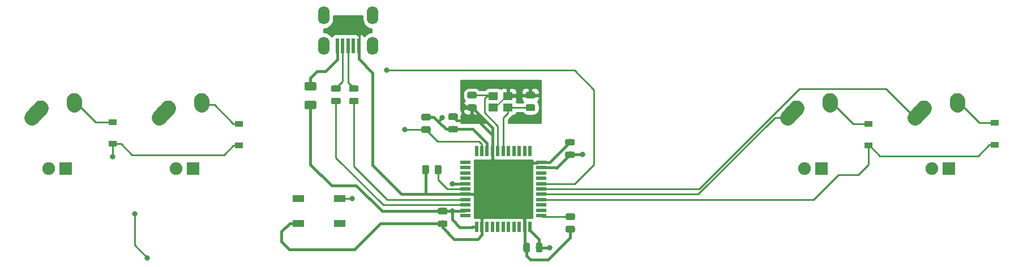
<source format=gbl>
G04 #@! TF.GenerationSoftware,KiCad,Pcbnew,(5.1.4)-1*
G04 #@! TF.CreationDate,2022-10-31T09:04:18+01:00*
G04 #@! TF.ProjectId,quaver-keypadrev1,71756176-6572-42d6-9b65-797061647265,rev?*
G04 #@! TF.SameCoordinates,Original*
G04 #@! TF.FileFunction,Copper,L2,Bot*
G04 #@! TF.FilePolarity,Positive*
%FSLAX46Y46*%
G04 Gerber Fmt 4.6, Leading zero omitted, Abs format (unit mm)*
G04 Created by KiCad (PCBNEW (5.1.4)-1) date 2022-10-31 09:04:18*
%MOMM*%
%LPD*%
G04 APERTURE LIST*
%ADD10C,2.250000*%
%ADD11C,2.250000*%
%ADD12C,1.905000*%
%ADD13R,1.905000X1.905000*%
%ADD14R,0.500000X2.250000*%
%ADD15O,1.700000X2.700000*%
%ADD16R,1.400000X1.200000*%
%ADD17R,1.500000X0.550000*%
%ADD18R,0.550000X1.500000*%
%ADD19R,1.800000X1.100000*%
%ADD20C,0.100000*%
%ADD21C,0.975000*%
%ADD22C,1.250000*%
%ADD23R,1.200000X0.900000*%
%ADD24C,0.800000*%
%ADD25C,0.381000*%
%ADD26C,0.200000*%
%ADD27C,0.254000*%
G04 APERTURE END LIST*
D10*
X245725000Y-99985000D03*
D11*
X245705000Y-100275000D02*
X245745000Y-99695000D01*
D10*
X245745000Y-99695000D03*
X240050001Y-101505000D03*
D11*
X239395000Y-102235000D02*
X240705002Y-100775000D01*
D10*
X240705000Y-100775000D03*
D12*
X241935000Y-109855000D03*
D13*
X244475000Y-109855000D03*
D14*
X175247000Y-91440000D03*
X174447000Y-91440000D03*
X173647000Y-91440000D03*
X172847000Y-91440000D03*
X172047000Y-91440000D03*
D15*
X169997000Y-91440000D03*
X177297000Y-91440000D03*
X177297000Y-86940000D03*
X169997000Y-86940000D03*
D10*
X264775000Y-99985000D03*
D11*
X264755000Y-100275000D02*
X264795000Y-99695000D01*
D10*
X264795000Y-99695000D03*
X259100001Y-101505000D03*
D11*
X258445000Y-102235000D02*
X259755002Y-100775000D01*
D10*
X259755000Y-100775000D03*
D12*
X260985000Y-109855000D03*
D13*
X263525000Y-109855000D03*
D16*
X197557750Y-100696500D03*
X195357750Y-100696500D03*
X195357750Y-98996500D03*
X197557750Y-98996500D03*
D17*
X191150000Y-116903000D03*
X191150000Y-116103000D03*
X191150000Y-115303000D03*
X191150000Y-114503000D03*
X191150000Y-113703000D03*
X191150000Y-112903000D03*
X191150000Y-112103000D03*
X191150000Y-111303000D03*
X191150000Y-110503000D03*
X191150000Y-109703000D03*
X191150000Y-108903000D03*
D18*
X192850000Y-107203000D03*
X193650000Y-107203000D03*
X194450000Y-107203000D03*
X195250000Y-107203000D03*
X196050000Y-107203000D03*
X196850000Y-107203000D03*
X197650000Y-107203000D03*
X198450000Y-107203000D03*
X199250000Y-107203000D03*
X200050000Y-107203000D03*
X200850000Y-107203000D03*
D17*
X202550000Y-108903000D03*
X202550000Y-109703000D03*
X202550000Y-110503000D03*
X202550000Y-111303000D03*
X202550000Y-112103000D03*
X202550000Y-112903000D03*
X202550000Y-113703000D03*
X202550000Y-114503000D03*
X202550000Y-115303000D03*
X202550000Y-116103000D03*
X202550000Y-116903000D03*
D18*
X200850000Y-118603000D03*
X200050000Y-118603000D03*
X199250000Y-118603000D03*
X198450000Y-118603000D03*
X197650000Y-118603000D03*
X196850000Y-118603000D03*
X196050000Y-118603000D03*
X195250000Y-118603000D03*
X194450000Y-118603000D03*
X193650000Y-118603000D03*
X192850000Y-118603000D03*
D19*
X166191000Y-118055000D03*
X172391000Y-114355000D03*
X166191000Y-114355000D03*
X172391000Y-118055000D03*
D20*
G36*
X207363142Y-118434174D02*
G01*
X207386803Y-118437684D01*
X207410007Y-118443496D01*
X207432529Y-118451554D01*
X207454153Y-118461782D01*
X207474670Y-118474079D01*
X207493883Y-118488329D01*
X207511607Y-118504393D01*
X207527671Y-118522117D01*
X207541921Y-118541330D01*
X207554218Y-118561847D01*
X207564446Y-118583471D01*
X207572504Y-118605993D01*
X207578316Y-118629197D01*
X207581826Y-118652858D01*
X207583000Y-118676750D01*
X207583000Y-119164250D01*
X207581826Y-119188142D01*
X207578316Y-119211803D01*
X207572504Y-119235007D01*
X207564446Y-119257529D01*
X207554218Y-119279153D01*
X207541921Y-119299670D01*
X207527671Y-119318883D01*
X207511607Y-119336607D01*
X207493883Y-119352671D01*
X207474670Y-119366921D01*
X207454153Y-119379218D01*
X207432529Y-119389446D01*
X207410007Y-119397504D01*
X207386803Y-119403316D01*
X207363142Y-119406826D01*
X207339250Y-119408000D01*
X206426750Y-119408000D01*
X206402858Y-119406826D01*
X206379197Y-119403316D01*
X206355993Y-119397504D01*
X206333471Y-119389446D01*
X206311847Y-119379218D01*
X206291330Y-119366921D01*
X206272117Y-119352671D01*
X206254393Y-119336607D01*
X206238329Y-119318883D01*
X206224079Y-119299670D01*
X206211782Y-119279153D01*
X206201554Y-119257529D01*
X206193496Y-119235007D01*
X206187684Y-119211803D01*
X206184174Y-119188142D01*
X206183000Y-119164250D01*
X206183000Y-118676750D01*
X206184174Y-118652858D01*
X206187684Y-118629197D01*
X206193496Y-118605993D01*
X206201554Y-118583471D01*
X206211782Y-118561847D01*
X206224079Y-118541330D01*
X206238329Y-118522117D01*
X206254393Y-118504393D01*
X206272117Y-118488329D01*
X206291330Y-118474079D01*
X206311847Y-118461782D01*
X206333471Y-118451554D01*
X206355993Y-118443496D01*
X206379197Y-118437684D01*
X206402858Y-118434174D01*
X206426750Y-118433000D01*
X207339250Y-118433000D01*
X207363142Y-118434174D01*
X207363142Y-118434174D01*
G37*
D21*
X206883000Y-118920500D03*
D20*
G36*
X207363142Y-116559174D02*
G01*
X207386803Y-116562684D01*
X207410007Y-116568496D01*
X207432529Y-116576554D01*
X207454153Y-116586782D01*
X207474670Y-116599079D01*
X207493883Y-116613329D01*
X207511607Y-116629393D01*
X207527671Y-116647117D01*
X207541921Y-116666330D01*
X207554218Y-116686847D01*
X207564446Y-116708471D01*
X207572504Y-116730993D01*
X207578316Y-116754197D01*
X207581826Y-116777858D01*
X207583000Y-116801750D01*
X207583000Y-117289250D01*
X207581826Y-117313142D01*
X207578316Y-117336803D01*
X207572504Y-117360007D01*
X207564446Y-117382529D01*
X207554218Y-117404153D01*
X207541921Y-117424670D01*
X207527671Y-117443883D01*
X207511607Y-117461607D01*
X207493883Y-117477671D01*
X207474670Y-117491921D01*
X207454153Y-117504218D01*
X207432529Y-117514446D01*
X207410007Y-117522504D01*
X207386803Y-117528316D01*
X207363142Y-117531826D01*
X207339250Y-117533000D01*
X206426750Y-117533000D01*
X206402858Y-117531826D01*
X206379197Y-117528316D01*
X206355993Y-117522504D01*
X206333471Y-117514446D01*
X206311847Y-117504218D01*
X206291330Y-117491921D01*
X206272117Y-117477671D01*
X206254393Y-117461607D01*
X206238329Y-117443883D01*
X206224079Y-117424670D01*
X206211782Y-117404153D01*
X206201554Y-117382529D01*
X206193496Y-117360007D01*
X206187684Y-117336803D01*
X206184174Y-117313142D01*
X206183000Y-117289250D01*
X206183000Y-116801750D01*
X206184174Y-116777858D01*
X206187684Y-116754197D01*
X206193496Y-116730993D01*
X206201554Y-116708471D01*
X206211782Y-116686847D01*
X206224079Y-116666330D01*
X206238329Y-116647117D01*
X206254393Y-116629393D01*
X206272117Y-116613329D01*
X206291330Y-116599079D01*
X206311847Y-116586782D01*
X206333471Y-116576554D01*
X206355993Y-116568496D01*
X206379197Y-116562684D01*
X206402858Y-116559174D01*
X206426750Y-116558000D01*
X207339250Y-116558000D01*
X207363142Y-116559174D01*
X207363142Y-116559174D01*
G37*
D21*
X206883000Y-117045500D03*
D20*
G36*
X172311142Y-99257174D02*
G01*
X172334803Y-99260684D01*
X172358007Y-99266496D01*
X172380529Y-99274554D01*
X172402153Y-99284782D01*
X172422670Y-99297079D01*
X172441883Y-99311329D01*
X172459607Y-99327393D01*
X172475671Y-99345117D01*
X172489921Y-99364330D01*
X172502218Y-99384847D01*
X172512446Y-99406471D01*
X172520504Y-99428993D01*
X172526316Y-99452197D01*
X172529826Y-99475858D01*
X172531000Y-99499750D01*
X172531000Y-99987250D01*
X172529826Y-100011142D01*
X172526316Y-100034803D01*
X172520504Y-100058007D01*
X172512446Y-100080529D01*
X172502218Y-100102153D01*
X172489921Y-100122670D01*
X172475671Y-100141883D01*
X172459607Y-100159607D01*
X172441883Y-100175671D01*
X172422670Y-100189921D01*
X172402153Y-100202218D01*
X172380529Y-100212446D01*
X172358007Y-100220504D01*
X172334803Y-100226316D01*
X172311142Y-100229826D01*
X172287250Y-100231000D01*
X171374750Y-100231000D01*
X171350858Y-100229826D01*
X171327197Y-100226316D01*
X171303993Y-100220504D01*
X171281471Y-100212446D01*
X171259847Y-100202218D01*
X171239330Y-100189921D01*
X171220117Y-100175671D01*
X171202393Y-100159607D01*
X171186329Y-100141883D01*
X171172079Y-100122670D01*
X171159782Y-100102153D01*
X171149554Y-100080529D01*
X171141496Y-100058007D01*
X171135684Y-100034803D01*
X171132174Y-100011142D01*
X171131000Y-99987250D01*
X171131000Y-99499750D01*
X171132174Y-99475858D01*
X171135684Y-99452197D01*
X171141496Y-99428993D01*
X171149554Y-99406471D01*
X171159782Y-99384847D01*
X171172079Y-99364330D01*
X171186329Y-99345117D01*
X171202393Y-99327393D01*
X171220117Y-99311329D01*
X171239330Y-99297079D01*
X171259847Y-99284782D01*
X171281471Y-99274554D01*
X171303993Y-99266496D01*
X171327197Y-99260684D01*
X171350858Y-99257174D01*
X171374750Y-99256000D01*
X172287250Y-99256000D01*
X172311142Y-99257174D01*
X172311142Y-99257174D01*
G37*
D21*
X171831000Y-99743500D03*
D20*
G36*
X172311142Y-97382174D02*
G01*
X172334803Y-97385684D01*
X172358007Y-97391496D01*
X172380529Y-97399554D01*
X172402153Y-97409782D01*
X172422670Y-97422079D01*
X172441883Y-97436329D01*
X172459607Y-97452393D01*
X172475671Y-97470117D01*
X172489921Y-97489330D01*
X172502218Y-97509847D01*
X172512446Y-97531471D01*
X172520504Y-97553993D01*
X172526316Y-97577197D01*
X172529826Y-97600858D01*
X172531000Y-97624750D01*
X172531000Y-98112250D01*
X172529826Y-98136142D01*
X172526316Y-98159803D01*
X172520504Y-98183007D01*
X172512446Y-98205529D01*
X172502218Y-98227153D01*
X172489921Y-98247670D01*
X172475671Y-98266883D01*
X172459607Y-98284607D01*
X172441883Y-98300671D01*
X172422670Y-98314921D01*
X172402153Y-98327218D01*
X172380529Y-98337446D01*
X172358007Y-98345504D01*
X172334803Y-98351316D01*
X172311142Y-98354826D01*
X172287250Y-98356000D01*
X171374750Y-98356000D01*
X171350858Y-98354826D01*
X171327197Y-98351316D01*
X171303993Y-98345504D01*
X171281471Y-98337446D01*
X171259847Y-98327218D01*
X171239330Y-98314921D01*
X171220117Y-98300671D01*
X171202393Y-98284607D01*
X171186329Y-98266883D01*
X171172079Y-98247670D01*
X171159782Y-98227153D01*
X171149554Y-98205529D01*
X171141496Y-98183007D01*
X171135684Y-98159803D01*
X171132174Y-98136142D01*
X171131000Y-98112250D01*
X171131000Y-97624750D01*
X171132174Y-97600858D01*
X171135684Y-97577197D01*
X171141496Y-97553993D01*
X171149554Y-97531471D01*
X171159782Y-97509847D01*
X171172079Y-97489330D01*
X171186329Y-97470117D01*
X171202393Y-97452393D01*
X171220117Y-97436329D01*
X171239330Y-97422079D01*
X171259847Y-97409782D01*
X171281471Y-97399554D01*
X171303993Y-97391496D01*
X171327197Y-97385684D01*
X171350858Y-97382174D01*
X171374750Y-97381000D01*
X172287250Y-97381000D01*
X172311142Y-97382174D01*
X172311142Y-97382174D01*
G37*
D21*
X171831000Y-97868500D03*
D20*
G36*
X174978142Y-99257174D02*
G01*
X175001803Y-99260684D01*
X175025007Y-99266496D01*
X175047529Y-99274554D01*
X175069153Y-99284782D01*
X175089670Y-99297079D01*
X175108883Y-99311329D01*
X175126607Y-99327393D01*
X175142671Y-99345117D01*
X175156921Y-99364330D01*
X175169218Y-99384847D01*
X175179446Y-99406471D01*
X175187504Y-99428993D01*
X175193316Y-99452197D01*
X175196826Y-99475858D01*
X175198000Y-99499750D01*
X175198000Y-99987250D01*
X175196826Y-100011142D01*
X175193316Y-100034803D01*
X175187504Y-100058007D01*
X175179446Y-100080529D01*
X175169218Y-100102153D01*
X175156921Y-100122670D01*
X175142671Y-100141883D01*
X175126607Y-100159607D01*
X175108883Y-100175671D01*
X175089670Y-100189921D01*
X175069153Y-100202218D01*
X175047529Y-100212446D01*
X175025007Y-100220504D01*
X175001803Y-100226316D01*
X174978142Y-100229826D01*
X174954250Y-100231000D01*
X174041750Y-100231000D01*
X174017858Y-100229826D01*
X173994197Y-100226316D01*
X173970993Y-100220504D01*
X173948471Y-100212446D01*
X173926847Y-100202218D01*
X173906330Y-100189921D01*
X173887117Y-100175671D01*
X173869393Y-100159607D01*
X173853329Y-100141883D01*
X173839079Y-100122670D01*
X173826782Y-100102153D01*
X173816554Y-100080529D01*
X173808496Y-100058007D01*
X173802684Y-100034803D01*
X173799174Y-100011142D01*
X173798000Y-99987250D01*
X173798000Y-99499750D01*
X173799174Y-99475858D01*
X173802684Y-99452197D01*
X173808496Y-99428993D01*
X173816554Y-99406471D01*
X173826782Y-99384847D01*
X173839079Y-99364330D01*
X173853329Y-99345117D01*
X173869393Y-99327393D01*
X173887117Y-99311329D01*
X173906330Y-99297079D01*
X173926847Y-99284782D01*
X173948471Y-99274554D01*
X173970993Y-99266496D01*
X173994197Y-99260684D01*
X174017858Y-99257174D01*
X174041750Y-99256000D01*
X174954250Y-99256000D01*
X174978142Y-99257174D01*
X174978142Y-99257174D01*
G37*
D21*
X174498000Y-99743500D03*
D20*
G36*
X174978142Y-97382174D02*
G01*
X175001803Y-97385684D01*
X175025007Y-97391496D01*
X175047529Y-97399554D01*
X175069153Y-97409782D01*
X175089670Y-97422079D01*
X175108883Y-97436329D01*
X175126607Y-97452393D01*
X175142671Y-97470117D01*
X175156921Y-97489330D01*
X175169218Y-97509847D01*
X175179446Y-97531471D01*
X175187504Y-97553993D01*
X175193316Y-97577197D01*
X175196826Y-97600858D01*
X175198000Y-97624750D01*
X175198000Y-98112250D01*
X175196826Y-98136142D01*
X175193316Y-98159803D01*
X175187504Y-98183007D01*
X175179446Y-98205529D01*
X175169218Y-98227153D01*
X175156921Y-98247670D01*
X175142671Y-98266883D01*
X175126607Y-98284607D01*
X175108883Y-98300671D01*
X175089670Y-98314921D01*
X175069153Y-98327218D01*
X175047529Y-98337446D01*
X175025007Y-98345504D01*
X175001803Y-98351316D01*
X174978142Y-98354826D01*
X174954250Y-98356000D01*
X174041750Y-98356000D01*
X174017858Y-98354826D01*
X173994197Y-98351316D01*
X173970993Y-98345504D01*
X173948471Y-98337446D01*
X173926847Y-98327218D01*
X173906330Y-98314921D01*
X173887117Y-98300671D01*
X173869393Y-98284607D01*
X173853329Y-98266883D01*
X173839079Y-98247670D01*
X173826782Y-98227153D01*
X173816554Y-98205529D01*
X173808496Y-98183007D01*
X173802684Y-98159803D01*
X173799174Y-98136142D01*
X173798000Y-98112250D01*
X173798000Y-97624750D01*
X173799174Y-97600858D01*
X173802684Y-97577197D01*
X173808496Y-97553993D01*
X173816554Y-97531471D01*
X173826782Y-97509847D01*
X173839079Y-97489330D01*
X173853329Y-97470117D01*
X173869393Y-97452393D01*
X173887117Y-97436329D01*
X173906330Y-97422079D01*
X173926847Y-97409782D01*
X173948471Y-97399554D01*
X173970993Y-97391496D01*
X173994197Y-97385684D01*
X174017858Y-97382174D01*
X174041750Y-97381000D01*
X174954250Y-97381000D01*
X174978142Y-97382174D01*
X174978142Y-97382174D01*
G37*
D21*
X174498000Y-97868500D03*
D20*
G36*
X185773142Y-101651674D02*
G01*
X185796803Y-101655184D01*
X185820007Y-101660996D01*
X185842529Y-101669054D01*
X185864153Y-101679282D01*
X185884670Y-101691579D01*
X185903883Y-101705829D01*
X185921607Y-101721893D01*
X185937671Y-101739617D01*
X185951921Y-101758830D01*
X185964218Y-101779347D01*
X185974446Y-101800971D01*
X185982504Y-101823493D01*
X185988316Y-101846697D01*
X185991826Y-101870358D01*
X185993000Y-101894250D01*
X185993000Y-102381750D01*
X185991826Y-102405642D01*
X185988316Y-102429303D01*
X185982504Y-102452507D01*
X185974446Y-102475029D01*
X185964218Y-102496653D01*
X185951921Y-102517170D01*
X185937671Y-102536383D01*
X185921607Y-102554107D01*
X185903883Y-102570171D01*
X185884670Y-102584421D01*
X185864153Y-102596718D01*
X185842529Y-102606946D01*
X185820007Y-102615004D01*
X185796803Y-102620816D01*
X185773142Y-102624326D01*
X185749250Y-102625500D01*
X184836750Y-102625500D01*
X184812858Y-102624326D01*
X184789197Y-102620816D01*
X184765993Y-102615004D01*
X184743471Y-102606946D01*
X184721847Y-102596718D01*
X184701330Y-102584421D01*
X184682117Y-102570171D01*
X184664393Y-102554107D01*
X184648329Y-102536383D01*
X184634079Y-102517170D01*
X184621782Y-102496653D01*
X184611554Y-102475029D01*
X184603496Y-102452507D01*
X184597684Y-102429303D01*
X184594174Y-102405642D01*
X184593000Y-102381750D01*
X184593000Y-101894250D01*
X184594174Y-101870358D01*
X184597684Y-101846697D01*
X184603496Y-101823493D01*
X184611554Y-101800971D01*
X184621782Y-101779347D01*
X184634079Y-101758830D01*
X184648329Y-101739617D01*
X184664393Y-101721893D01*
X184682117Y-101705829D01*
X184701330Y-101691579D01*
X184721847Y-101679282D01*
X184743471Y-101669054D01*
X184765993Y-101660996D01*
X184789197Y-101655184D01*
X184812858Y-101651674D01*
X184836750Y-101650500D01*
X185749250Y-101650500D01*
X185773142Y-101651674D01*
X185773142Y-101651674D01*
G37*
D21*
X185293000Y-102138000D03*
D20*
G36*
X185773142Y-103526674D02*
G01*
X185796803Y-103530184D01*
X185820007Y-103535996D01*
X185842529Y-103544054D01*
X185864153Y-103554282D01*
X185884670Y-103566579D01*
X185903883Y-103580829D01*
X185921607Y-103596893D01*
X185937671Y-103614617D01*
X185951921Y-103633830D01*
X185964218Y-103654347D01*
X185974446Y-103675971D01*
X185982504Y-103698493D01*
X185988316Y-103721697D01*
X185991826Y-103745358D01*
X185993000Y-103769250D01*
X185993000Y-104256750D01*
X185991826Y-104280642D01*
X185988316Y-104304303D01*
X185982504Y-104327507D01*
X185974446Y-104350029D01*
X185964218Y-104371653D01*
X185951921Y-104392170D01*
X185937671Y-104411383D01*
X185921607Y-104429107D01*
X185903883Y-104445171D01*
X185884670Y-104459421D01*
X185864153Y-104471718D01*
X185842529Y-104481946D01*
X185820007Y-104490004D01*
X185796803Y-104495816D01*
X185773142Y-104499326D01*
X185749250Y-104500500D01*
X184836750Y-104500500D01*
X184812858Y-104499326D01*
X184789197Y-104495816D01*
X184765993Y-104490004D01*
X184743471Y-104481946D01*
X184721847Y-104471718D01*
X184701330Y-104459421D01*
X184682117Y-104445171D01*
X184664393Y-104429107D01*
X184648329Y-104411383D01*
X184634079Y-104392170D01*
X184621782Y-104371653D01*
X184611554Y-104350029D01*
X184603496Y-104327507D01*
X184597684Y-104304303D01*
X184594174Y-104280642D01*
X184593000Y-104256750D01*
X184593000Y-103769250D01*
X184594174Y-103745358D01*
X184597684Y-103721697D01*
X184603496Y-103698493D01*
X184611554Y-103675971D01*
X184621782Y-103654347D01*
X184634079Y-103633830D01*
X184648329Y-103614617D01*
X184664393Y-103596893D01*
X184682117Y-103580829D01*
X184701330Y-103566579D01*
X184721847Y-103554282D01*
X184743471Y-103544054D01*
X184765993Y-103535996D01*
X184789197Y-103530184D01*
X184812858Y-103526674D01*
X184836750Y-103525500D01*
X185749250Y-103525500D01*
X185773142Y-103526674D01*
X185773142Y-103526674D01*
G37*
D21*
X185293000Y-104013000D03*
D10*
X151745000Y-99985000D03*
D11*
X151725000Y-100275000D02*
X151765000Y-99695000D01*
D10*
X151765000Y-99695000D03*
X146070001Y-101505000D03*
D11*
X145415000Y-102235000D02*
X146725002Y-100775000D01*
D10*
X146725000Y-100775000D03*
D12*
X147955000Y-109855000D03*
D13*
X150495000Y-109855000D03*
D10*
X132695000Y-99985000D03*
D11*
X132675000Y-100275000D02*
X132715000Y-99695000D01*
D10*
X132715000Y-99695000D03*
X127020001Y-101505000D03*
D11*
X126365000Y-102235000D02*
X127675002Y-100775000D01*
D10*
X127675000Y-100775000D03*
D12*
X128905000Y-109855000D03*
D13*
X131445000Y-109855000D03*
D20*
G36*
X168670504Y-99706204D02*
G01*
X168694773Y-99709804D01*
X168718571Y-99715765D01*
X168741671Y-99724030D01*
X168763849Y-99734520D01*
X168784893Y-99747133D01*
X168804598Y-99761747D01*
X168822777Y-99778223D01*
X168839253Y-99796402D01*
X168853867Y-99816107D01*
X168866480Y-99837151D01*
X168876970Y-99859329D01*
X168885235Y-99882429D01*
X168891196Y-99906227D01*
X168894796Y-99930496D01*
X168896000Y-99955000D01*
X168896000Y-100705000D01*
X168894796Y-100729504D01*
X168891196Y-100753773D01*
X168885235Y-100777571D01*
X168876970Y-100800671D01*
X168866480Y-100822849D01*
X168853867Y-100843893D01*
X168839253Y-100863598D01*
X168822777Y-100881777D01*
X168804598Y-100898253D01*
X168784893Y-100912867D01*
X168763849Y-100925480D01*
X168741671Y-100935970D01*
X168718571Y-100944235D01*
X168694773Y-100950196D01*
X168670504Y-100953796D01*
X168646000Y-100955000D01*
X167396000Y-100955000D01*
X167371496Y-100953796D01*
X167347227Y-100950196D01*
X167323429Y-100944235D01*
X167300329Y-100935970D01*
X167278151Y-100925480D01*
X167257107Y-100912867D01*
X167237402Y-100898253D01*
X167219223Y-100881777D01*
X167202747Y-100863598D01*
X167188133Y-100843893D01*
X167175520Y-100822849D01*
X167165030Y-100800671D01*
X167156765Y-100777571D01*
X167150804Y-100753773D01*
X167147204Y-100729504D01*
X167146000Y-100705000D01*
X167146000Y-99955000D01*
X167147204Y-99930496D01*
X167150804Y-99906227D01*
X167156765Y-99882429D01*
X167165030Y-99859329D01*
X167175520Y-99837151D01*
X167188133Y-99816107D01*
X167202747Y-99796402D01*
X167219223Y-99778223D01*
X167237402Y-99761747D01*
X167257107Y-99747133D01*
X167278151Y-99734520D01*
X167300329Y-99724030D01*
X167323429Y-99715765D01*
X167347227Y-99709804D01*
X167371496Y-99706204D01*
X167396000Y-99705000D01*
X168646000Y-99705000D01*
X168670504Y-99706204D01*
X168670504Y-99706204D01*
G37*
D22*
X168021000Y-100330000D03*
D20*
G36*
X168670504Y-96906204D02*
G01*
X168694773Y-96909804D01*
X168718571Y-96915765D01*
X168741671Y-96924030D01*
X168763849Y-96934520D01*
X168784893Y-96947133D01*
X168804598Y-96961747D01*
X168822777Y-96978223D01*
X168839253Y-96996402D01*
X168853867Y-97016107D01*
X168866480Y-97037151D01*
X168876970Y-97059329D01*
X168885235Y-97082429D01*
X168891196Y-97106227D01*
X168894796Y-97130496D01*
X168896000Y-97155000D01*
X168896000Y-97905000D01*
X168894796Y-97929504D01*
X168891196Y-97953773D01*
X168885235Y-97977571D01*
X168876970Y-98000671D01*
X168866480Y-98022849D01*
X168853867Y-98043893D01*
X168839253Y-98063598D01*
X168822777Y-98081777D01*
X168804598Y-98098253D01*
X168784893Y-98112867D01*
X168763849Y-98125480D01*
X168741671Y-98135970D01*
X168718571Y-98144235D01*
X168694773Y-98150196D01*
X168670504Y-98153796D01*
X168646000Y-98155000D01*
X167396000Y-98155000D01*
X167371496Y-98153796D01*
X167347227Y-98150196D01*
X167323429Y-98144235D01*
X167300329Y-98135970D01*
X167278151Y-98125480D01*
X167257107Y-98112867D01*
X167237402Y-98098253D01*
X167219223Y-98081777D01*
X167202747Y-98063598D01*
X167188133Y-98043893D01*
X167175520Y-98022849D01*
X167165030Y-98000671D01*
X167156765Y-97977571D01*
X167150804Y-97953773D01*
X167147204Y-97929504D01*
X167146000Y-97905000D01*
X167146000Y-97155000D01*
X167147204Y-97130496D01*
X167150804Y-97106227D01*
X167156765Y-97082429D01*
X167165030Y-97059329D01*
X167175520Y-97037151D01*
X167188133Y-97016107D01*
X167202747Y-96996402D01*
X167219223Y-96978223D01*
X167237402Y-96961747D01*
X167257107Y-96947133D01*
X167278151Y-96934520D01*
X167300329Y-96924030D01*
X167323429Y-96915765D01*
X167347227Y-96909804D01*
X167371496Y-96906204D01*
X167396000Y-96905000D01*
X168646000Y-96905000D01*
X168670504Y-96906204D01*
X168670504Y-96906204D01*
G37*
D22*
X168021000Y-97530000D03*
D23*
X270383000Y-106298000D03*
X270383000Y-102998000D03*
X251460000Y-106425000D03*
X251460000Y-103125000D03*
X157353000Y-106425000D03*
X157353000Y-103125000D03*
X138430000Y-106171000D03*
X138430000Y-102871000D03*
D20*
G36*
X188249642Y-115733674D02*
G01*
X188273303Y-115737184D01*
X188296507Y-115742996D01*
X188319029Y-115751054D01*
X188340653Y-115761282D01*
X188361170Y-115773579D01*
X188380383Y-115787829D01*
X188398107Y-115803893D01*
X188414171Y-115821617D01*
X188428421Y-115840830D01*
X188440718Y-115861347D01*
X188450946Y-115882971D01*
X188459004Y-115905493D01*
X188464816Y-115928697D01*
X188468326Y-115952358D01*
X188469500Y-115976250D01*
X188469500Y-116463750D01*
X188468326Y-116487642D01*
X188464816Y-116511303D01*
X188459004Y-116534507D01*
X188450946Y-116557029D01*
X188440718Y-116578653D01*
X188428421Y-116599170D01*
X188414171Y-116618383D01*
X188398107Y-116636107D01*
X188380383Y-116652171D01*
X188361170Y-116666421D01*
X188340653Y-116678718D01*
X188319029Y-116688946D01*
X188296507Y-116697004D01*
X188273303Y-116702816D01*
X188249642Y-116706326D01*
X188225750Y-116707500D01*
X187313250Y-116707500D01*
X187289358Y-116706326D01*
X187265697Y-116702816D01*
X187242493Y-116697004D01*
X187219971Y-116688946D01*
X187198347Y-116678718D01*
X187177830Y-116666421D01*
X187158617Y-116652171D01*
X187140893Y-116636107D01*
X187124829Y-116618383D01*
X187110579Y-116599170D01*
X187098282Y-116578653D01*
X187088054Y-116557029D01*
X187079996Y-116534507D01*
X187074184Y-116511303D01*
X187070674Y-116487642D01*
X187069500Y-116463750D01*
X187069500Y-115976250D01*
X187070674Y-115952358D01*
X187074184Y-115928697D01*
X187079996Y-115905493D01*
X187088054Y-115882971D01*
X187098282Y-115861347D01*
X187110579Y-115840830D01*
X187124829Y-115821617D01*
X187140893Y-115803893D01*
X187158617Y-115787829D01*
X187177830Y-115773579D01*
X187198347Y-115761282D01*
X187219971Y-115751054D01*
X187242493Y-115742996D01*
X187265697Y-115737184D01*
X187289358Y-115733674D01*
X187313250Y-115732500D01*
X188225750Y-115732500D01*
X188249642Y-115733674D01*
X188249642Y-115733674D01*
G37*
D21*
X187769500Y-116220000D03*
D20*
G36*
X188249642Y-117608674D02*
G01*
X188273303Y-117612184D01*
X188296507Y-117617996D01*
X188319029Y-117626054D01*
X188340653Y-117636282D01*
X188361170Y-117648579D01*
X188380383Y-117662829D01*
X188398107Y-117678893D01*
X188414171Y-117696617D01*
X188428421Y-117715830D01*
X188440718Y-117736347D01*
X188450946Y-117757971D01*
X188459004Y-117780493D01*
X188464816Y-117803697D01*
X188468326Y-117827358D01*
X188469500Y-117851250D01*
X188469500Y-118338750D01*
X188468326Y-118362642D01*
X188464816Y-118386303D01*
X188459004Y-118409507D01*
X188450946Y-118432029D01*
X188440718Y-118453653D01*
X188428421Y-118474170D01*
X188414171Y-118493383D01*
X188398107Y-118511107D01*
X188380383Y-118527171D01*
X188361170Y-118541421D01*
X188340653Y-118553718D01*
X188319029Y-118563946D01*
X188296507Y-118572004D01*
X188273303Y-118577816D01*
X188249642Y-118581326D01*
X188225750Y-118582500D01*
X187313250Y-118582500D01*
X187289358Y-118581326D01*
X187265697Y-118577816D01*
X187242493Y-118572004D01*
X187219971Y-118563946D01*
X187198347Y-118553718D01*
X187177830Y-118541421D01*
X187158617Y-118527171D01*
X187140893Y-118511107D01*
X187124829Y-118493383D01*
X187110579Y-118474170D01*
X187098282Y-118453653D01*
X187088054Y-118432029D01*
X187079996Y-118409507D01*
X187074184Y-118386303D01*
X187070674Y-118362642D01*
X187069500Y-118338750D01*
X187069500Y-117851250D01*
X187070674Y-117827358D01*
X187074184Y-117803697D01*
X187079996Y-117780493D01*
X187088054Y-117757971D01*
X187098282Y-117736347D01*
X187110579Y-117715830D01*
X187124829Y-117696617D01*
X187140893Y-117678893D01*
X187158617Y-117662829D01*
X187177830Y-117648579D01*
X187198347Y-117636282D01*
X187219971Y-117626054D01*
X187242493Y-117617996D01*
X187265697Y-117612184D01*
X187289358Y-117608674D01*
X187313250Y-117607500D01*
X188225750Y-117607500D01*
X188249642Y-117608674D01*
X188249642Y-117608674D01*
G37*
D21*
X187769500Y-118095000D03*
D20*
G36*
X202500142Y-120967174D02*
G01*
X202523803Y-120970684D01*
X202547007Y-120976496D01*
X202569529Y-120984554D01*
X202591153Y-120994782D01*
X202611670Y-121007079D01*
X202630883Y-121021329D01*
X202648607Y-121037393D01*
X202664671Y-121055117D01*
X202678921Y-121074330D01*
X202691218Y-121094847D01*
X202701446Y-121116471D01*
X202709504Y-121138993D01*
X202715316Y-121162197D01*
X202718826Y-121185858D01*
X202720000Y-121209750D01*
X202720000Y-122122250D01*
X202718826Y-122146142D01*
X202715316Y-122169803D01*
X202709504Y-122193007D01*
X202701446Y-122215529D01*
X202691218Y-122237153D01*
X202678921Y-122257670D01*
X202664671Y-122276883D01*
X202648607Y-122294607D01*
X202630883Y-122310671D01*
X202611670Y-122324921D01*
X202591153Y-122337218D01*
X202569529Y-122347446D01*
X202547007Y-122355504D01*
X202523803Y-122361316D01*
X202500142Y-122364826D01*
X202476250Y-122366000D01*
X201988750Y-122366000D01*
X201964858Y-122364826D01*
X201941197Y-122361316D01*
X201917993Y-122355504D01*
X201895471Y-122347446D01*
X201873847Y-122337218D01*
X201853330Y-122324921D01*
X201834117Y-122310671D01*
X201816393Y-122294607D01*
X201800329Y-122276883D01*
X201786079Y-122257670D01*
X201773782Y-122237153D01*
X201763554Y-122215529D01*
X201755496Y-122193007D01*
X201749684Y-122169803D01*
X201746174Y-122146142D01*
X201745000Y-122122250D01*
X201745000Y-121209750D01*
X201746174Y-121185858D01*
X201749684Y-121162197D01*
X201755496Y-121138993D01*
X201763554Y-121116471D01*
X201773782Y-121094847D01*
X201786079Y-121074330D01*
X201800329Y-121055117D01*
X201816393Y-121037393D01*
X201834117Y-121021329D01*
X201853330Y-121007079D01*
X201873847Y-120994782D01*
X201895471Y-120984554D01*
X201917993Y-120976496D01*
X201941197Y-120970684D01*
X201964858Y-120967174D01*
X201988750Y-120966000D01*
X202476250Y-120966000D01*
X202500142Y-120967174D01*
X202500142Y-120967174D01*
G37*
D21*
X202232500Y-121666000D03*
D20*
G36*
X200625142Y-120967174D02*
G01*
X200648803Y-120970684D01*
X200672007Y-120976496D01*
X200694529Y-120984554D01*
X200716153Y-120994782D01*
X200736670Y-121007079D01*
X200755883Y-121021329D01*
X200773607Y-121037393D01*
X200789671Y-121055117D01*
X200803921Y-121074330D01*
X200816218Y-121094847D01*
X200826446Y-121116471D01*
X200834504Y-121138993D01*
X200840316Y-121162197D01*
X200843826Y-121185858D01*
X200845000Y-121209750D01*
X200845000Y-122122250D01*
X200843826Y-122146142D01*
X200840316Y-122169803D01*
X200834504Y-122193007D01*
X200826446Y-122215529D01*
X200816218Y-122237153D01*
X200803921Y-122257670D01*
X200789671Y-122276883D01*
X200773607Y-122294607D01*
X200755883Y-122310671D01*
X200736670Y-122324921D01*
X200716153Y-122337218D01*
X200694529Y-122347446D01*
X200672007Y-122355504D01*
X200648803Y-122361316D01*
X200625142Y-122364826D01*
X200601250Y-122366000D01*
X200113750Y-122366000D01*
X200089858Y-122364826D01*
X200066197Y-122361316D01*
X200042993Y-122355504D01*
X200020471Y-122347446D01*
X199998847Y-122337218D01*
X199978330Y-122324921D01*
X199959117Y-122310671D01*
X199941393Y-122294607D01*
X199925329Y-122276883D01*
X199911079Y-122257670D01*
X199898782Y-122237153D01*
X199888554Y-122215529D01*
X199880496Y-122193007D01*
X199874684Y-122169803D01*
X199871174Y-122146142D01*
X199870000Y-122122250D01*
X199870000Y-121209750D01*
X199871174Y-121185858D01*
X199874684Y-121162197D01*
X199880496Y-121138993D01*
X199888554Y-121116471D01*
X199898782Y-121094847D01*
X199911079Y-121074330D01*
X199925329Y-121055117D01*
X199941393Y-121037393D01*
X199959117Y-121021329D01*
X199978330Y-121007079D01*
X199998847Y-120994782D01*
X200020471Y-120984554D01*
X200042993Y-120976496D01*
X200066197Y-120970684D01*
X200089858Y-120967174D01*
X200113750Y-120966000D01*
X200601250Y-120966000D01*
X200625142Y-120967174D01*
X200625142Y-120967174D01*
G37*
D21*
X200357500Y-121666000D03*
D20*
G36*
X207299642Y-107289924D02*
G01*
X207323303Y-107293434D01*
X207346507Y-107299246D01*
X207369029Y-107307304D01*
X207390653Y-107317532D01*
X207411170Y-107329829D01*
X207430383Y-107344079D01*
X207448107Y-107360143D01*
X207464171Y-107377867D01*
X207478421Y-107397080D01*
X207490718Y-107417597D01*
X207500946Y-107439221D01*
X207509004Y-107461743D01*
X207514816Y-107484947D01*
X207518326Y-107508608D01*
X207519500Y-107532500D01*
X207519500Y-108020000D01*
X207518326Y-108043892D01*
X207514816Y-108067553D01*
X207509004Y-108090757D01*
X207500946Y-108113279D01*
X207490718Y-108134903D01*
X207478421Y-108155420D01*
X207464171Y-108174633D01*
X207448107Y-108192357D01*
X207430383Y-108208421D01*
X207411170Y-108222671D01*
X207390653Y-108234968D01*
X207369029Y-108245196D01*
X207346507Y-108253254D01*
X207323303Y-108259066D01*
X207299642Y-108262576D01*
X207275750Y-108263750D01*
X206363250Y-108263750D01*
X206339358Y-108262576D01*
X206315697Y-108259066D01*
X206292493Y-108253254D01*
X206269971Y-108245196D01*
X206248347Y-108234968D01*
X206227830Y-108222671D01*
X206208617Y-108208421D01*
X206190893Y-108192357D01*
X206174829Y-108174633D01*
X206160579Y-108155420D01*
X206148282Y-108134903D01*
X206138054Y-108113279D01*
X206129996Y-108090757D01*
X206124184Y-108067553D01*
X206120674Y-108043892D01*
X206119500Y-108020000D01*
X206119500Y-107532500D01*
X206120674Y-107508608D01*
X206124184Y-107484947D01*
X206129996Y-107461743D01*
X206138054Y-107439221D01*
X206148282Y-107417597D01*
X206160579Y-107397080D01*
X206174829Y-107377867D01*
X206190893Y-107360143D01*
X206208617Y-107344079D01*
X206227830Y-107329829D01*
X206248347Y-107317532D01*
X206269971Y-107307304D01*
X206292493Y-107299246D01*
X206315697Y-107293434D01*
X206339358Y-107289924D01*
X206363250Y-107288750D01*
X207275750Y-107288750D01*
X207299642Y-107289924D01*
X207299642Y-107289924D01*
G37*
D21*
X206819500Y-107776250D03*
D20*
G36*
X207299642Y-105414924D02*
G01*
X207323303Y-105418434D01*
X207346507Y-105424246D01*
X207369029Y-105432304D01*
X207390653Y-105442532D01*
X207411170Y-105454829D01*
X207430383Y-105469079D01*
X207448107Y-105485143D01*
X207464171Y-105502867D01*
X207478421Y-105522080D01*
X207490718Y-105542597D01*
X207500946Y-105564221D01*
X207509004Y-105586743D01*
X207514816Y-105609947D01*
X207518326Y-105633608D01*
X207519500Y-105657500D01*
X207519500Y-106145000D01*
X207518326Y-106168892D01*
X207514816Y-106192553D01*
X207509004Y-106215757D01*
X207500946Y-106238279D01*
X207490718Y-106259903D01*
X207478421Y-106280420D01*
X207464171Y-106299633D01*
X207448107Y-106317357D01*
X207430383Y-106333421D01*
X207411170Y-106347671D01*
X207390653Y-106359968D01*
X207369029Y-106370196D01*
X207346507Y-106378254D01*
X207323303Y-106384066D01*
X207299642Y-106387576D01*
X207275750Y-106388750D01*
X206363250Y-106388750D01*
X206339358Y-106387576D01*
X206315697Y-106384066D01*
X206292493Y-106378254D01*
X206269971Y-106370196D01*
X206248347Y-106359968D01*
X206227830Y-106347671D01*
X206208617Y-106333421D01*
X206190893Y-106317357D01*
X206174829Y-106299633D01*
X206160579Y-106280420D01*
X206148282Y-106259903D01*
X206138054Y-106238279D01*
X206129996Y-106215757D01*
X206124184Y-106192553D01*
X206120674Y-106168892D01*
X206119500Y-106145000D01*
X206119500Y-105657500D01*
X206120674Y-105633608D01*
X206124184Y-105609947D01*
X206129996Y-105586743D01*
X206138054Y-105564221D01*
X206148282Y-105542597D01*
X206160579Y-105522080D01*
X206174829Y-105502867D01*
X206190893Y-105485143D01*
X206208617Y-105469079D01*
X206227830Y-105454829D01*
X206248347Y-105442532D01*
X206269971Y-105432304D01*
X206292493Y-105424246D01*
X206315697Y-105418434D01*
X206339358Y-105414924D01*
X206363250Y-105413750D01*
X207275750Y-105413750D01*
X207299642Y-105414924D01*
X207299642Y-105414924D01*
G37*
D21*
X206819500Y-105901250D03*
D20*
G36*
X189837142Y-103464924D02*
G01*
X189860803Y-103468434D01*
X189884007Y-103474246D01*
X189906529Y-103482304D01*
X189928153Y-103492532D01*
X189948670Y-103504829D01*
X189967883Y-103519079D01*
X189985607Y-103535143D01*
X190001671Y-103552867D01*
X190015921Y-103572080D01*
X190028218Y-103592597D01*
X190038446Y-103614221D01*
X190046504Y-103636743D01*
X190052316Y-103659947D01*
X190055826Y-103683608D01*
X190057000Y-103707500D01*
X190057000Y-104195000D01*
X190055826Y-104218892D01*
X190052316Y-104242553D01*
X190046504Y-104265757D01*
X190038446Y-104288279D01*
X190028218Y-104309903D01*
X190015921Y-104330420D01*
X190001671Y-104349633D01*
X189985607Y-104367357D01*
X189967883Y-104383421D01*
X189948670Y-104397671D01*
X189928153Y-104409968D01*
X189906529Y-104420196D01*
X189884007Y-104428254D01*
X189860803Y-104434066D01*
X189837142Y-104437576D01*
X189813250Y-104438750D01*
X188900750Y-104438750D01*
X188876858Y-104437576D01*
X188853197Y-104434066D01*
X188829993Y-104428254D01*
X188807471Y-104420196D01*
X188785847Y-104409968D01*
X188765330Y-104397671D01*
X188746117Y-104383421D01*
X188728393Y-104367357D01*
X188712329Y-104349633D01*
X188698079Y-104330420D01*
X188685782Y-104309903D01*
X188675554Y-104288279D01*
X188667496Y-104265757D01*
X188661684Y-104242553D01*
X188658174Y-104218892D01*
X188657000Y-104195000D01*
X188657000Y-103707500D01*
X188658174Y-103683608D01*
X188661684Y-103659947D01*
X188667496Y-103636743D01*
X188675554Y-103614221D01*
X188685782Y-103592597D01*
X188698079Y-103572080D01*
X188712329Y-103552867D01*
X188728393Y-103535143D01*
X188746117Y-103519079D01*
X188765330Y-103504829D01*
X188785847Y-103492532D01*
X188807471Y-103482304D01*
X188829993Y-103474246D01*
X188853197Y-103468434D01*
X188876858Y-103464924D01*
X188900750Y-103463750D01*
X189813250Y-103463750D01*
X189837142Y-103464924D01*
X189837142Y-103464924D01*
G37*
D21*
X189357000Y-103951250D03*
D20*
G36*
X189837142Y-101589924D02*
G01*
X189860803Y-101593434D01*
X189884007Y-101599246D01*
X189906529Y-101607304D01*
X189928153Y-101617532D01*
X189948670Y-101629829D01*
X189967883Y-101644079D01*
X189985607Y-101660143D01*
X190001671Y-101677867D01*
X190015921Y-101697080D01*
X190028218Y-101717597D01*
X190038446Y-101739221D01*
X190046504Y-101761743D01*
X190052316Y-101784947D01*
X190055826Y-101808608D01*
X190057000Y-101832500D01*
X190057000Y-102320000D01*
X190055826Y-102343892D01*
X190052316Y-102367553D01*
X190046504Y-102390757D01*
X190038446Y-102413279D01*
X190028218Y-102434903D01*
X190015921Y-102455420D01*
X190001671Y-102474633D01*
X189985607Y-102492357D01*
X189967883Y-102508421D01*
X189948670Y-102522671D01*
X189928153Y-102534968D01*
X189906529Y-102545196D01*
X189884007Y-102553254D01*
X189860803Y-102559066D01*
X189837142Y-102562576D01*
X189813250Y-102563750D01*
X188900750Y-102563750D01*
X188876858Y-102562576D01*
X188853197Y-102559066D01*
X188829993Y-102553254D01*
X188807471Y-102545196D01*
X188785847Y-102534968D01*
X188765330Y-102522671D01*
X188746117Y-102508421D01*
X188728393Y-102492357D01*
X188712329Y-102474633D01*
X188698079Y-102455420D01*
X188685782Y-102434903D01*
X188675554Y-102413279D01*
X188667496Y-102390757D01*
X188661684Y-102367553D01*
X188658174Y-102343892D01*
X188657000Y-102320000D01*
X188657000Y-101832500D01*
X188658174Y-101808608D01*
X188661684Y-101784947D01*
X188667496Y-101761743D01*
X188675554Y-101739221D01*
X188685782Y-101717597D01*
X188698079Y-101697080D01*
X188712329Y-101677867D01*
X188728393Y-101660143D01*
X188746117Y-101644079D01*
X188765330Y-101629829D01*
X188785847Y-101617532D01*
X188807471Y-101607304D01*
X188829993Y-101599246D01*
X188853197Y-101593434D01*
X188876858Y-101589924D01*
X188900750Y-101588750D01*
X189813250Y-101588750D01*
X189837142Y-101589924D01*
X189837142Y-101589924D01*
G37*
D21*
X189357000Y-102076250D03*
D20*
G36*
X187387142Y-109314924D02*
G01*
X187410803Y-109318434D01*
X187434007Y-109324246D01*
X187456529Y-109332304D01*
X187478153Y-109342532D01*
X187498670Y-109354829D01*
X187517883Y-109369079D01*
X187535607Y-109385143D01*
X187551671Y-109402867D01*
X187565921Y-109422080D01*
X187578218Y-109442597D01*
X187588446Y-109464221D01*
X187596504Y-109486743D01*
X187602316Y-109509947D01*
X187605826Y-109533608D01*
X187607000Y-109557500D01*
X187607000Y-110470000D01*
X187605826Y-110493892D01*
X187602316Y-110517553D01*
X187596504Y-110540757D01*
X187588446Y-110563279D01*
X187578218Y-110584903D01*
X187565921Y-110605420D01*
X187551671Y-110624633D01*
X187535607Y-110642357D01*
X187517883Y-110658421D01*
X187498670Y-110672671D01*
X187478153Y-110684968D01*
X187456529Y-110695196D01*
X187434007Y-110703254D01*
X187410803Y-110709066D01*
X187387142Y-110712576D01*
X187363250Y-110713750D01*
X186875750Y-110713750D01*
X186851858Y-110712576D01*
X186828197Y-110709066D01*
X186804993Y-110703254D01*
X186782471Y-110695196D01*
X186760847Y-110684968D01*
X186740330Y-110672671D01*
X186721117Y-110658421D01*
X186703393Y-110642357D01*
X186687329Y-110624633D01*
X186673079Y-110605420D01*
X186660782Y-110584903D01*
X186650554Y-110563279D01*
X186642496Y-110540757D01*
X186636684Y-110517553D01*
X186633174Y-110493892D01*
X186632000Y-110470000D01*
X186632000Y-109557500D01*
X186633174Y-109533608D01*
X186636684Y-109509947D01*
X186642496Y-109486743D01*
X186650554Y-109464221D01*
X186660782Y-109442597D01*
X186673079Y-109422080D01*
X186687329Y-109402867D01*
X186703393Y-109385143D01*
X186721117Y-109369079D01*
X186740330Y-109354829D01*
X186760847Y-109342532D01*
X186782471Y-109332304D01*
X186804993Y-109324246D01*
X186828197Y-109318434D01*
X186851858Y-109314924D01*
X186875750Y-109313750D01*
X187363250Y-109313750D01*
X187387142Y-109314924D01*
X187387142Y-109314924D01*
G37*
D21*
X187119500Y-110013750D03*
D20*
G36*
X185512142Y-109314924D02*
G01*
X185535803Y-109318434D01*
X185559007Y-109324246D01*
X185581529Y-109332304D01*
X185603153Y-109342532D01*
X185623670Y-109354829D01*
X185642883Y-109369079D01*
X185660607Y-109385143D01*
X185676671Y-109402867D01*
X185690921Y-109422080D01*
X185703218Y-109442597D01*
X185713446Y-109464221D01*
X185721504Y-109486743D01*
X185727316Y-109509947D01*
X185730826Y-109533608D01*
X185732000Y-109557500D01*
X185732000Y-110470000D01*
X185730826Y-110493892D01*
X185727316Y-110517553D01*
X185721504Y-110540757D01*
X185713446Y-110563279D01*
X185703218Y-110584903D01*
X185690921Y-110605420D01*
X185676671Y-110624633D01*
X185660607Y-110642357D01*
X185642883Y-110658421D01*
X185623670Y-110672671D01*
X185603153Y-110684968D01*
X185581529Y-110695196D01*
X185559007Y-110703254D01*
X185535803Y-110709066D01*
X185512142Y-110712576D01*
X185488250Y-110713750D01*
X185000750Y-110713750D01*
X184976858Y-110712576D01*
X184953197Y-110709066D01*
X184929993Y-110703254D01*
X184907471Y-110695196D01*
X184885847Y-110684968D01*
X184865330Y-110672671D01*
X184846117Y-110658421D01*
X184828393Y-110642357D01*
X184812329Y-110624633D01*
X184798079Y-110605420D01*
X184785782Y-110584903D01*
X184775554Y-110563279D01*
X184767496Y-110540757D01*
X184761684Y-110517553D01*
X184758174Y-110493892D01*
X184757000Y-110470000D01*
X184757000Y-109557500D01*
X184758174Y-109533608D01*
X184761684Y-109509947D01*
X184767496Y-109486743D01*
X184775554Y-109464221D01*
X184785782Y-109442597D01*
X184798079Y-109422080D01*
X184812329Y-109402867D01*
X184828393Y-109385143D01*
X184846117Y-109369079D01*
X184865330Y-109354829D01*
X184885847Y-109342532D01*
X184907471Y-109332304D01*
X184929993Y-109324246D01*
X184953197Y-109318434D01*
X184976858Y-109314924D01*
X185000750Y-109313750D01*
X185488250Y-109313750D01*
X185512142Y-109314924D01*
X185512142Y-109314924D01*
G37*
D21*
X185244500Y-110013750D03*
D20*
G36*
X192662892Y-98366424D02*
G01*
X192686553Y-98369934D01*
X192709757Y-98375746D01*
X192732279Y-98383804D01*
X192753903Y-98394032D01*
X192774420Y-98406329D01*
X192793633Y-98420579D01*
X192811357Y-98436643D01*
X192827421Y-98454367D01*
X192841671Y-98473580D01*
X192853968Y-98494097D01*
X192864196Y-98515721D01*
X192872254Y-98538243D01*
X192878066Y-98561447D01*
X192881576Y-98585108D01*
X192882750Y-98609000D01*
X192882750Y-99096500D01*
X192881576Y-99120392D01*
X192878066Y-99144053D01*
X192872254Y-99167257D01*
X192864196Y-99189779D01*
X192853968Y-99211403D01*
X192841671Y-99231920D01*
X192827421Y-99251133D01*
X192811357Y-99268857D01*
X192793633Y-99284921D01*
X192774420Y-99299171D01*
X192753903Y-99311468D01*
X192732279Y-99321696D01*
X192709757Y-99329754D01*
X192686553Y-99335566D01*
X192662892Y-99339076D01*
X192639000Y-99340250D01*
X191726500Y-99340250D01*
X191702608Y-99339076D01*
X191678947Y-99335566D01*
X191655743Y-99329754D01*
X191633221Y-99321696D01*
X191611597Y-99311468D01*
X191591080Y-99299171D01*
X191571867Y-99284921D01*
X191554143Y-99268857D01*
X191538079Y-99251133D01*
X191523829Y-99231920D01*
X191511532Y-99211403D01*
X191501304Y-99189779D01*
X191493246Y-99167257D01*
X191487434Y-99144053D01*
X191483924Y-99120392D01*
X191482750Y-99096500D01*
X191482750Y-98609000D01*
X191483924Y-98585108D01*
X191487434Y-98561447D01*
X191493246Y-98538243D01*
X191501304Y-98515721D01*
X191511532Y-98494097D01*
X191523829Y-98473580D01*
X191538079Y-98454367D01*
X191554143Y-98436643D01*
X191571867Y-98420579D01*
X191591080Y-98406329D01*
X191611597Y-98394032D01*
X191633221Y-98383804D01*
X191655743Y-98375746D01*
X191678947Y-98369934D01*
X191702608Y-98366424D01*
X191726500Y-98365250D01*
X192639000Y-98365250D01*
X192662892Y-98366424D01*
X192662892Y-98366424D01*
G37*
D21*
X192182750Y-98852750D03*
D20*
G36*
X192662892Y-100241424D02*
G01*
X192686553Y-100244934D01*
X192709757Y-100250746D01*
X192732279Y-100258804D01*
X192753903Y-100269032D01*
X192774420Y-100281329D01*
X192793633Y-100295579D01*
X192811357Y-100311643D01*
X192827421Y-100329367D01*
X192841671Y-100348580D01*
X192853968Y-100369097D01*
X192864196Y-100390721D01*
X192872254Y-100413243D01*
X192878066Y-100436447D01*
X192881576Y-100460108D01*
X192882750Y-100484000D01*
X192882750Y-100971500D01*
X192881576Y-100995392D01*
X192878066Y-101019053D01*
X192872254Y-101042257D01*
X192864196Y-101064779D01*
X192853968Y-101086403D01*
X192841671Y-101106920D01*
X192827421Y-101126133D01*
X192811357Y-101143857D01*
X192793633Y-101159921D01*
X192774420Y-101174171D01*
X192753903Y-101186468D01*
X192732279Y-101196696D01*
X192709757Y-101204754D01*
X192686553Y-101210566D01*
X192662892Y-101214076D01*
X192639000Y-101215250D01*
X191726500Y-101215250D01*
X191702608Y-101214076D01*
X191678947Y-101210566D01*
X191655743Y-101204754D01*
X191633221Y-101196696D01*
X191611597Y-101186468D01*
X191591080Y-101174171D01*
X191571867Y-101159921D01*
X191554143Y-101143857D01*
X191538079Y-101126133D01*
X191523829Y-101106920D01*
X191511532Y-101086403D01*
X191501304Y-101064779D01*
X191493246Y-101042257D01*
X191487434Y-101019053D01*
X191483924Y-100995392D01*
X191482750Y-100971500D01*
X191482750Y-100484000D01*
X191483924Y-100460108D01*
X191487434Y-100436447D01*
X191493246Y-100413243D01*
X191501304Y-100390721D01*
X191511532Y-100369097D01*
X191523829Y-100348580D01*
X191538079Y-100329367D01*
X191554143Y-100311643D01*
X191571867Y-100295579D01*
X191591080Y-100281329D01*
X191611597Y-100269032D01*
X191633221Y-100258804D01*
X191655743Y-100250746D01*
X191678947Y-100244934D01*
X191702608Y-100241424D01*
X191726500Y-100240250D01*
X192639000Y-100240250D01*
X192662892Y-100241424D01*
X192662892Y-100241424D01*
G37*
D21*
X192182750Y-100727750D03*
D20*
G36*
X201394142Y-100241424D02*
G01*
X201417803Y-100244934D01*
X201441007Y-100250746D01*
X201463529Y-100258804D01*
X201485153Y-100269032D01*
X201505670Y-100281329D01*
X201524883Y-100295579D01*
X201542607Y-100311643D01*
X201558671Y-100329367D01*
X201572921Y-100348580D01*
X201585218Y-100369097D01*
X201595446Y-100390721D01*
X201603504Y-100413243D01*
X201609316Y-100436447D01*
X201612826Y-100460108D01*
X201614000Y-100484000D01*
X201614000Y-100971500D01*
X201612826Y-100995392D01*
X201609316Y-101019053D01*
X201603504Y-101042257D01*
X201595446Y-101064779D01*
X201585218Y-101086403D01*
X201572921Y-101106920D01*
X201558671Y-101126133D01*
X201542607Y-101143857D01*
X201524883Y-101159921D01*
X201505670Y-101174171D01*
X201485153Y-101186468D01*
X201463529Y-101196696D01*
X201441007Y-101204754D01*
X201417803Y-101210566D01*
X201394142Y-101214076D01*
X201370250Y-101215250D01*
X200457750Y-101215250D01*
X200433858Y-101214076D01*
X200410197Y-101210566D01*
X200386993Y-101204754D01*
X200364471Y-101196696D01*
X200342847Y-101186468D01*
X200322330Y-101174171D01*
X200303117Y-101159921D01*
X200285393Y-101143857D01*
X200269329Y-101126133D01*
X200255079Y-101106920D01*
X200242782Y-101086403D01*
X200232554Y-101064779D01*
X200224496Y-101042257D01*
X200218684Y-101019053D01*
X200215174Y-100995392D01*
X200214000Y-100971500D01*
X200214000Y-100484000D01*
X200215174Y-100460108D01*
X200218684Y-100436447D01*
X200224496Y-100413243D01*
X200232554Y-100390721D01*
X200242782Y-100369097D01*
X200255079Y-100348580D01*
X200269329Y-100329367D01*
X200285393Y-100311643D01*
X200303117Y-100295579D01*
X200322330Y-100281329D01*
X200342847Y-100269032D01*
X200364471Y-100258804D01*
X200386993Y-100250746D01*
X200410197Y-100244934D01*
X200433858Y-100241424D01*
X200457750Y-100240250D01*
X201370250Y-100240250D01*
X201394142Y-100241424D01*
X201394142Y-100241424D01*
G37*
D21*
X200914000Y-100727750D03*
D20*
G36*
X201394142Y-98366424D02*
G01*
X201417803Y-98369934D01*
X201441007Y-98375746D01*
X201463529Y-98383804D01*
X201485153Y-98394032D01*
X201505670Y-98406329D01*
X201524883Y-98420579D01*
X201542607Y-98436643D01*
X201558671Y-98454367D01*
X201572921Y-98473580D01*
X201585218Y-98494097D01*
X201595446Y-98515721D01*
X201603504Y-98538243D01*
X201609316Y-98561447D01*
X201612826Y-98585108D01*
X201614000Y-98609000D01*
X201614000Y-99096500D01*
X201612826Y-99120392D01*
X201609316Y-99144053D01*
X201603504Y-99167257D01*
X201595446Y-99189779D01*
X201585218Y-99211403D01*
X201572921Y-99231920D01*
X201558671Y-99251133D01*
X201542607Y-99268857D01*
X201524883Y-99284921D01*
X201505670Y-99299171D01*
X201485153Y-99311468D01*
X201463529Y-99321696D01*
X201441007Y-99329754D01*
X201417803Y-99335566D01*
X201394142Y-99339076D01*
X201370250Y-99340250D01*
X200457750Y-99340250D01*
X200433858Y-99339076D01*
X200410197Y-99335566D01*
X200386993Y-99329754D01*
X200364471Y-99321696D01*
X200342847Y-99311468D01*
X200322330Y-99299171D01*
X200303117Y-99284921D01*
X200285393Y-99268857D01*
X200269329Y-99251133D01*
X200255079Y-99231920D01*
X200242782Y-99211403D01*
X200232554Y-99189779D01*
X200224496Y-99167257D01*
X200218684Y-99144053D01*
X200215174Y-99120392D01*
X200214000Y-99096500D01*
X200214000Y-98609000D01*
X200215174Y-98585108D01*
X200218684Y-98561447D01*
X200224496Y-98538243D01*
X200232554Y-98515721D01*
X200242782Y-98494097D01*
X200255079Y-98473580D01*
X200269329Y-98454367D01*
X200285393Y-98436643D01*
X200303117Y-98420579D01*
X200322330Y-98406329D01*
X200342847Y-98394032D01*
X200364471Y-98383804D01*
X200386993Y-98375746D01*
X200410197Y-98369934D01*
X200433858Y-98366424D01*
X200457750Y-98365250D01*
X201370250Y-98365250D01*
X201394142Y-98366424D01*
X201394142Y-98366424D01*
G37*
D21*
X200914000Y-98852750D03*
D24*
X208741250Y-107776250D03*
X203835000Y-121666000D03*
X203835000Y-121666000D03*
X203835000Y-121666000D03*
X189230000Y-116205000D03*
X187706000Y-102235000D03*
X189230000Y-112141000D03*
X179451000Y-95123000D03*
X138430000Y-108077000D03*
X143637000Y-123190000D03*
X141732000Y-116586000D03*
X174244000Y-114300000D03*
X182118000Y-104013000D03*
D25*
X178450000Y-118095000D02*
X187769500Y-118095000D01*
X164910000Y-118055000D02*
X163712000Y-119253000D01*
X163712000Y-119253000D02*
X163712000Y-120786000D01*
X163712000Y-120786000D02*
X164846000Y-121920000D01*
X164846000Y-121920000D02*
X174625000Y-121920000D01*
X166191000Y-118055000D02*
X164910000Y-118055000D01*
X174625000Y-121920000D02*
X178450000Y-118095000D01*
X175247000Y-93459000D02*
X175247000Y-91440000D01*
X177292000Y-95504000D02*
X175247000Y-93459000D01*
X177292000Y-109347000D02*
X177292000Y-95504000D01*
X181648000Y-113703000D02*
X177292000Y-109347000D01*
X185244500Y-113692500D02*
X185255000Y-113703000D01*
X185244500Y-110013750D02*
X185244500Y-113692500D01*
X191150000Y-113703000D02*
X185255000Y-113703000D01*
X185255000Y-113703000D02*
X181648000Y-113703000D01*
X197557750Y-97735750D02*
X197557750Y-98996500D01*
X191382750Y-100727750D02*
X190627000Y-99972000D01*
X192182750Y-100727750D02*
X191382750Y-100727750D01*
X190627000Y-99972000D02*
X190627000Y-97536000D01*
X190627000Y-97536000D02*
X190881000Y-97282000D01*
X190881000Y-97282000D02*
X197104000Y-97282000D01*
X197104000Y-97282000D02*
X197557750Y-97735750D01*
X195660652Y-100696500D02*
X195357750Y-100696500D01*
D26*
X197360652Y-98996500D02*
X195660652Y-100696500D01*
D25*
X197557750Y-98996500D02*
X197360652Y-98996500D01*
X197701500Y-98852750D02*
X197557750Y-98996500D01*
X200914000Y-98852750D02*
X197701500Y-98852750D01*
X203817750Y-108903000D02*
X202550000Y-108903000D01*
X206819500Y-105901250D02*
X203817750Y-108903000D01*
X195250000Y-108890000D02*
X195250000Y-107203000D01*
X201993000Y-108903000D02*
X201930000Y-108966000D01*
X202550000Y-108903000D02*
X201993000Y-108903000D01*
X201930000Y-108966000D02*
X199898000Y-108966000D01*
X199898000Y-108966000D02*
X198882000Y-109982000D01*
X198882000Y-109982000D02*
X196342000Y-109982000D01*
X196342000Y-109982000D02*
X195250000Y-108890000D01*
X200050000Y-117754000D02*
X200050000Y-118603000D01*
X200025000Y-117729000D02*
X200050000Y-117754000D01*
X200025000Y-116840000D02*
X200025000Y-117729000D01*
X198882000Y-115697000D02*
X200025000Y-116840000D01*
X198882000Y-109982000D02*
X198882000Y-115697000D01*
X198882000Y-115697000D02*
X194564000Y-115697000D01*
X193650000Y-116611000D02*
X193650000Y-118603000D01*
X194564000Y-115697000D02*
X193650000Y-116611000D01*
X194564000Y-115697000D02*
X194564000Y-115443000D01*
X192824000Y-113703000D02*
X191150000Y-113703000D01*
X194564000Y-115443000D02*
X192824000Y-113703000D01*
X200357500Y-122887500D02*
X200357500Y-121666000D01*
X200914000Y-123444000D02*
X200357500Y-122887500D01*
X203581000Y-123444000D02*
X200914000Y-123444000D01*
X206883000Y-118920500D02*
X206883000Y-120142000D01*
X206883000Y-120142000D02*
X203581000Y-123444000D01*
X200050000Y-121358500D02*
X200050000Y-118603000D01*
X200357500Y-121666000D02*
X200050000Y-121358500D01*
X187769500Y-118682500D02*
X189483000Y-120396000D01*
X187769500Y-118095000D02*
X187769500Y-118682500D01*
X189483000Y-120396000D02*
X193040000Y-120396000D01*
X193650000Y-119786000D02*
X193650000Y-118603000D01*
X193040000Y-120396000D02*
X193650000Y-119786000D01*
X195250000Y-103795000D02*
X192182750Y-100727750D01*
X193031487Y-102632487D02*
X195250000Y-104851000D01*
X189913237Y-102632487D02*
X193031487Y-102632487D01*
X189357000Y-102076250D02*
X189913237Y-102632487D01*
X195250000Y-107203000D02*
X195250000Y-104851000D01*
X195250000Y-104851000D02*
X195250000Y-103795000D01*
D27*
X200882750Y-100696500D02*
X200914000Y-100727750D01*
X197557750Y-100696500D02*
X200882750Y-100696500D01*
X196850000Y-106199000D02*
X196850000Y-107203000D01*
X196850000Y-102258250D02*
X196850000Y-106199000D01*
X197557750Y-101550500D02*
X196850000Y-102258250D01*
X197557750Y-100696500D02*
X197557750Y-101550500D01*
X195214000Y-98852750D02*
X195357750Y-98996500D01*
X192182750Y-98852750D02*
X195214000Y-98852750D01*
X194403750Y-98996500D02*
X194056000Y-99344250D01*
X195357750Y-98996500D02*
X194403750Y-98996500D01*
X194056000Y-99344250D02*
X194056000Y-101473000D01*
X196050000Y-103467000D02*
X196050000Y-107203000D01*
X194056000Y-101473000D02*
X196050000Y-103467000D01*
X187119500Y-110013750D02*
X187119500Y-111554500D01*
X188468000Y-112903000D02*
X191150000Y-112903000D01*
X187119500Y-111554500D02*
X188468000Y-112903000D01*
D25*
X178704000Y-116220000D02*
X187769500Y-116220000D01*
X174879000Y-112395000D02*
X178704000Y-116220000D01*
X171196000Y-112395000D02*
X174879000Y-112395000D01*
X168021000Y-100330000D02*
X168021000Y-109220000D01*
X168021000Y-109220000D02*
X171196000Y-112395000D01*
X188279250Y-103951250D02*
X189357000Y-103951250D01*
X185293000Y-102138000D02*
X186466000Y-102138000D01*
X190157000Y-103951250D02*
X189357000Y-103951250D01*
X192329250Y-103951250D02*
X190157000Y-103951250D01*
X194450000Y-106072000D02*
X192329250Y-103951250D01*
X194450000Y-107203000D02*
X194450000Y-106072000D01*
X206263263Y-108332487D02*
X206246513Y-108332487D01*
X206819500Y-107776250D02*
X206263263Y-108332487D01*
X206246513Y-108332487D02*
X204851000Y-109728000D01*
X204826000Y-109703000D02*
X202550000Y-109703000D01*
X204851000Y-109728000D02*
X204826000Y-109703000D01*
X202232500Y-120866000D02*
X202232500Y-121666000D01*
X202232500Y-120460500D02*
X202232500Y-120866000D01*
X200850000Y-119078000D02*
X202232500Y-120460500D01*
X200850000Y-118603000D02*
X200850000Y-119078000D01*
X206819500Y-107776250D02*
X208741250Y-107776250D01*
X203835000Y-121666000D02*
X202232500Y-121666000D01*
X187306001Y-102634999D02*
X187134500Y-102806500D01*
X187706000Y-102235000D02*
X187306001Y-102634999D01*
X186466000Y-102138000D02*
X187134500Y-102806500D01*
X187134500Y-102806500D02*
X188279250Y-103951250D01*
X191048000Y-116205000D02*
X191150000Y-116103000D01*
X189230000Y-116205000D02*
X191048000Y-116205000D01*
X191112000Y-112141000D02*
X191150000Y-112103000D01*
X189230000Y-112141000D02*
X191112000Y-112141000D01*
X189215000Y-116220000D02*
X189230000Y-116205000D01*
X187769500Y-116220000D02*
X189215000Y-116220000D01*
X192194000Y-118603000D02*
X192179000Y-118618000D01*
X192850000Y-118603000D02*
X192194000Y-118603000D01*
X192179000Y-118618000D02*
X190373000Y-118618000D01*
X189230000Y-117475000D02*
X189230000Y-116205000D01*
X190373000Y-118618000D02*
X189230000Y-117475000D01*
D27*
X135891000Y-102871000D02*
X132715000Y-99695000D01*
X138430000Y-102871000D02*
X135891000Y-102871000D01*
X156499000Y-106425000D02*
X157353000Y-106425000D01*
X155101000Y-107823000D02*
X156499000Y-106425000D01*
X202550000Y-112103000D02*
X207556000Y-112103000D01*
X207556000Y-112103000D02*
X210439000Y-109220000D01*
X210439000Y-109220000D02*
X210439000Y-106870572D01*
X210439000Y-106870572D02*
X210439000Y-98044000D01*
X210439000Y-98044000D02*
X207518000Y-95123000D01*
X207518000Y-95123000D02*
X179451000Y-95123000D01*
X138430000Y-108077000D02*
X138430000Y-106171000D01*
X141351000Y-107823000D02*
X143510000Y-107823000D01*
X139699000Y-106171000D02*
X141351000Y-107823000D01*
X138430000Y-106171000D02*
X139699000Y-106171000D01*
X143383000Y-107823000D02*
X143510000Y-107823000D01*
X143510000Y-107823000D02*
X155101000Y-107823000D01*
X153649000Y-100275000D02*
X151725000Y-100275000D01*
X156499000Y-103125000D02*
X153649000Y-100275000D01*
X157353000Y-103125000D02*
X156499000Y-103125000D01*
X246325000Y-100275000D02*
X245705000Y-100275000D01*
X249175000Y-103125000D02*
X246325000Y-100275000D01*
X251460000Y-103125000D02*
X249175000Y-103125000D01*
X251460000Y-109220000D02*
X251460000Y-106425000D01*
X249936000Y-110744000D02*
X251460000Y-109220000D01*
X246991000Y-110744000D02*
X249936000Y-110744000D01*
X202550000Y-114503000D02*
X243232000Y-114503000D01*
X243232000Y-114503000D02*
X246991000Y-110744000D01*
X251610000Y-106425000D02*
X253135000Y-107950000D01*
X251460000Y-106425000D02*
X251610000Y-106425000D01*
X269529000Y-106298000D02*
X270383000Y-106298000D01*
X267877000Y-107950000D02*
X269529000Y-106298000D01*
X253135000Y-107950000D02*
X267877000Y-107950000D01*
X268098000Y-102998000D02*
X264795000Y-99695000D01*
X270383000Y-102998000D02*
X268098000Y-102998000D01*
D25*
X172047000Y-93504000D02*
X170301000Y-95250000D01*
X172047000Y-91440000D02*
X172047000Y-93504000D01*
X170301000Y-95250000D02*
X169037000Y-95250000D01*
X168021000Y-96266000D02*
X168021000Y-97530000D01*
X169037000Y-95250000D02*
X168021000Y-96266000D01*
D27*
X237497066Y-102235000D02*
X239395000Y-102235000D01*
X226029066Y-113703000D02*
X237497066Y-102235000D01*
X202550000Y-113703000D02*
X226029066Y-113703000D01*
X258445000Y-102235000D02*
X254127000Y-97917000D01*
X254127000Y-97917000D02*
X241173000Y-97917000D01*
X226187000Y-112903000D02*
X202550000Y-112903000D01*
X241173000Y-97917000D02*
X226187000Y-112903000D01*
X143637000Y-123190000D02*
X141732000Y-121285000D01*
X141732000Y-121285000D02*
X141732000Y-116586000D01*
X185293000Y-104013000D02*
X187071000Y-105791000D01*
X193650000Y-106199000D02*
X193650000Y-107203000D01*
X193242000Y-105791000D02*
X193650000Y-106199000D01*
X187071000Y-105791000D02*
X193242000Y-105791000D01*
X173545000Y-114355000D02*
X173600000Y-114300000D01*
X172391000Y-114355000D02*
X173545000Y-114355000D01*
X173600000Y-114300000D02*
X174244000Y-114300000D01*
X182683685Y-104013000D02*
X185293000Y-104013000D01*
X182118000Y-104013000D02*
X182683685Y-104013000D01*
X173647000Y-97017500D02*
X174498000Y-97868500D01*
X173647000Y-91440000D02*
X173647000Y-97017500D01*
X174498000Y-99743500D02*
X174498000Y-109474000D01*
X179527000Y-114503000D02*
X191150000Y-114503000D01*
X174498000Y-109474000D02*
X179527000Y-114503000D01*
X172847000Y-96852500D02*
X172847000Y-91440000D01*
X171831000Y-97868500D02*
X172847000Y-96852500D01*
X171831000Y-99743500D02*
X171831000Y-108204000D01*
X178930000Y-115303000D02*
X191150000Y-115303000D01*
X171831000Y-108204000D02*
X178930000Y-115303000D01*
X202692500Y-117045500D02*
X202550000Y-116903000D01*
X206883000Y-117045500D02*
X202692500Y-117045500D01*
G36*
X175812000Y-87512949D02*
G01*
X175833487Y-87731110D01*
X175918401Y-88011033D01*
X176056294Y-88269013D01*
X176241866Y-88495134D01*
X176467986Y-88680706D01*
X176725966Y-88818599D01*
X177005889Y-88903513D01*
X177165000Y-88919184D01*
X177165000Y-89460816D01*
X177005890Y-89476487D01*
X176725967Y-89561401D01*
X176467987Y-89699294D01*
X176241867Y-89884866D01*
X176087123Y-90073421D01*
X176031406Y-89966366D01*
X175953123Y-89868807D01*
X175857311Y-89788396D01*
X175747652Y-89728221D01*
X175628361Y-89690596D01*
X175528750Y-89680000D01*
X175370000Y-89838750D01*
X175370000Y-91313000D01*
X175394000Y-91313000D01*
X175394000Y-91567000D01*
X175370000Y-91567000D01*
X175370000Y-91587000D01*
X175335072Y-91587000D01*
X175335072Y-90315000D01*
X175322812Y-90190518D01*
X175286502Y-90070820D01*
X175227537Y-89960506D01*
X175148185Y-89863815D01*
X175124000Y-89843967D01*
X175124000Y-89838750D01*
X174965250Y-89680000D01*
X174865639Y-89690596D01*
X174846266Y-89696706D01*
X174821482Y-89689188D01*
X174697000Y-89676928D01*
X174197000Y-89676928D01*
X174072518Y-89689188D01*
X174047000Y-89696929D01*
X174021482Y-89689188D01*
X173897000Y-89676928D01*
X173397000Y-89676928D01*
X173272518Y-89689188D01*
X173247000Y-89696929D01*
X173221482Y-89689188D01*
X173097000Y-89676928D01*
X172597000Y-89676928D01*
X172472518Y-89689188D01*
X172447000Y-89696929D01*
X172421482Y-89689188D01*
X172297000Y-89676928D01*
X171797000Y-89676928D01*
X171672518Y-89689188D01*
X171552820Y-89725498D01*
X171442506Y-89784463D01*
X171345815Y-89863815D01*
X171266463Y-89960506D01*
X171207498Y-90070820D01*
X171206754Y-90073271D01*
X171052134Y-89884866D01*
X170826014Y-89699294D01*
X170568034Y-89561401D01*
X170288111Y-89476487D01*
X170053000Y-89453331D01*
X170053000Y-88926669D01*
X170288110Y-88903513D01*
X170568033Y-88818599D01*
X170826013Y-88680706D01*
X171052134Y-88495134D01*
X171237706Y-88269014D01*
X171375599Y-88011034D01*
X171460513Y-87731111D01*
X171482000Y-87512950D01*
X171482000Y-86995000D01*
X175812000Y-86995000D01*
X175812000Y-87512949D01*
X175812000Y-87512949D01*
G37*
X175812000Y-87512949D02*
X175833487Y-87731110D01*
X175918401Y-88011033D01*
X176056294Y-88269013D01*
X176241866Y-88495134D01*
X176467986Y-88680706D01*
X176725966Y-88818599D01*
X177005889Y-88903513D01*
X177165000Y-88919184D01*
X177165000Y-89460816D01*
X177005890Y-89476487D01*
X176725967Y-89561401D01*
X176467987Y-89699294D01*
X176241867Y-89884866D01*
X176087123Y-90073421D01*
X176031406Y-89966366D01*
X175953123Y-89868807D01*
X175857311Y-89788396D01*
X175747652Y-89728221D01*
X175628361Y-89690596D01*
X175528750Y-89680000D01*
X175370000Y-89838750D01*
X175370000Y-91313000D01*
X175394000Y-91313000D01*
X175394000Y-91567000D01*
X175370000Y-91567000D01*
X175370000Y-91587000D01*
X175335072Y-91587000D01*
X175335072Y-90315000D01*
X175322812Y-90190518D01*
X175286502Y-90070820D01*
X175227537Y-89960506D01*
X175148185Y-89863815D01*
X175124000Y-89843967D01*
X175124000Y-89838750D01*
X174965250Y-89680000D01*
X174865639Y-89690596D01*
X174846266Y-89696706D01*
X174821482Y-89689188D01*
X174697000Y-89676928D01*
X174197000Y-89676928D01*
X174072518Y-89689188D01*
X174047000Y-89696929D01*
X174021482Y-89689188D01*
X173897000Y-89676928D01*
X173397000Y-89676928D01*
X173272518Y-89689188D01*
X173247000Y-89696929D01*
X173221482Y-89689188D01*
X173097000Y-89676928D01*
X172597000Y-89676928D01*
X172472518Y-89689188D01*
X172447000Y-89696929D01*
X172421482Y-89689188D01*
X172297000Y-89676928D01*
X171797000Y-89676928D01*
X171672518Y-89689188D01*
X171552820Y-89725498D01*
X171442506Y-89784463D01*
X171345815Y-89863815D01*
X171266463Y-89960506D01*
X171207498Y-90070820D01*
X171206754Y-90073271D01*
X171052134Y-89884866D01*
X170826014Y-89699294D01*
X170568034Y-89561401D01*
X170288111Y-89476487D01*
X170053000Y-89453331D01*
X170053000Y-88926669D01*
X170288110Y-88903513D01*
X170568033Y-88818599D01*
X170826013Y-88680706D01*
X171052134Y-88495134D01*
X171237706Y-88269014D01*
X171375599Y-88011034D01*
X171460513Y-87731111D01*
X171482000Y-87512950D01*
X171482000Y-86995000D01*
X175812000Y-86995000D01*
X175812000Y-87512949D01*
G36*
X195323815Y-108404185D02*
G01*
X195420506Y-108483537D01*
X195443667Y-108495917D01*
X195535750Y-108588000D01*
X195649337Y-108578454D01*
X195650518Y-108578812D01*
X195775000Y-108591072D01*
X196325000Y-108591072D01*
X196449482Y-108578812D01*
X196450000Y-108578655D01*
X196450518Y-108578812D01*
X196575000Y-108591072D01*
X197125000Y-108591072D01*
X197249482Y-108578812D01*
X197250000Y-108578655D01*
X197250518Y-108578812D01*
X197375000Y-108591072D01*
X197925000Y-108591072D01*
X198049482Y-108578812D01*
X198050000Y-108578655D01*
X198050518Y-108578812D01*
X198175000Y-108591072D01*
X198725000Y-108591072D01*
X198849482Y-108578812D01*
X198850000Y-108578655D01*
X198850518Y-108578812D01*
X198975000Y-108591072D01*
X199525000Y-108591072D01*
X199649482Y-108578812D01*
X199650000Y-108578655D01*
X199650518Y-108578812D01*
X199775000Y-108591072D01*
X200325000Y-108591072D01*
X200449482Y-108578812D01*
X200450000Y-108578655D01*
X200450518Y-108578812D01*
X200575000Y-108591072D01*
X201125000Y-108591072D01*
X201167552Y-108586881D01*
X201165000Y-108617250D01*
X201302430Y-108754680D01*
X201306135Y-109028821D01*
X201269463Y-109073506D01*
X201257083Y-109096667D01*
X201165000Y-109188750D01*
X201174546Y-109302337D01*
X201174188Y-109303518D01*
X201161928Y-109428000D01*
X201161928Y-109978000D01*
X201174188Y-110102482D01*
X201174345Y-110103000D01*
X201174188Y-110103518D01*
X201161928Y-110228000D01*
X201161928Y-110778000D01*
X201174188Y-110902482D01*
X201174345Y-110903000D01*
X201174188Y-110903518D01*
X201161928Y-111028000D01*
X201161928Y-111578000D01*
X201174188Y-111702482D01*
X201174345Y-111703000D01*
X201174188Y-111703518D01*
X201161928Y-111828000D01*
X201161928Y-112378000D01*
X201174188Y-112502482D01*
X201174345Y-112503000D01*
X201174188Y-112503518D01*
X201161928Y-112628000D01*
X201161928Y-113178000D01*
X201174188Y-113302482D01*
X201174345Y-113303000D01*
X201174188Y-113303518D01*
X201161928Y-113428000D01*
X201161928Y-113978000D01*
X201174188Y-114102482D01*
X201174345Y-114103000D01*
X201174188Y-114103518D01*
X201161928Y-114228000D01*
X201161928Y-114778000D01*
X201174188Y-114902482D01*
X201174345Y-114903000D01*
X201174188Y-114903518D01*
X201161928Y-115028000D01*
X201161928Y-115578000D01*
X201174188Y-115702482D01*
X201174345Y-115703000D01*
X201174188Y-115703518D01*
X201161928Y-115828000D01*
X201161928Y-116378000D01*
X201174188Y-116502482D01*
X201174345Y-116503000D01*
X201174188Y-116503518D01*
X201161928Y-116628000D01*
X201161928Y-117178000D01*
X201165962Y-117218962D01*
X201125000Y-117214928D01*
X200575000Y-117214928D01*
X200450518Y-117227188D01*
X200449337Y-117227546D01*
X200335750Y-117218000D01*
X200243667Y-117310083D01*
X200220506Y-117322463D01*
X200123815Y-117401815D01*
X200063754Y-117475000D01*
X200036246Y-117475000D01*
X199976185Y-117401815D01*
X199879494Y-117322463D01*
X199856333Y-117310083D01*
X199764250Y-117218000D01*
X199650663Y-117227546D01*
X199649482Y-117227188D01*
X199525000Y-117214928D01*
X198975000Y-117214928D01*
X198850518Y-117227188D01*
X198850000Y-117227345D01*
X198849482Y-117227188D01*
X198725000Y-117214928D01*
X198175000Y-117214928D01*
X198050518Y-117227188D01*
X198050000Y-117227345D01*
X198049482Y-117227188D01*
X197925000Y-117214928D01*
X197375000Y-117214928D01*
X197250518Y-117227188D01*
X197250000Y-117227345D01*
X197249482Y-117227188D01*
X197125000Y-117214928D01*
X196575000Y-117214928D01*
X196450518Y-117227188D01*
X196450000Y-117227345D01*
X196449482Y-117227188D01*
X196325000Y-117214928D01*
X195775000Y-117214928D01*
X195650518Y-117227188D01*
X195650000Y-117227345D01*
X195649482Y-117227188D01*
X195525000Y-117214928D01*
X194975000Y-117214928D01*
X194850518Y-117227188D01*
X194850000Y-117227345D01*
X194849482Y-117227188D01*
X194725000Y-117214928D01*
X194175000Y-117214928D01*
X194050518Y-117227188D01*
X194049337Y-117227546D01*
X193935750Y-117218000D01*
X193843667Y-117310083D01*
X193820506Y-117322463D01*
X193723815Y-117401815D01*
X193663754Y-117475000D01*
X193636246Y-117475000D01*
X193576185Y-117401815D01*
X193479494Y-117322463D01*
X193456333Y-117310083D01*
X193364250Y-117218000D01*
X193250663Y-117227546D01*
X193249482Y-117227188D01*
X193125000Y-117214928D01*
X192575000Y-117214928D01*
X192534038Y-117218962D01*
X192538072Y-117178000D01*
X192538072Y-116628000D01*
X192525812Y-116503518D01*
X192525655Y-116503000D01*
X192525812Y-116502482D01*
X192538072Y-116378000D01*
X192538072Y-115828000D01*
X192525812Y-115703518D01*
X192525655Y-115703000D01*
X192525812Y-115702482D01*
X192538072Y-115578000D01*
X192538072Y-115028000D01*
X192525812Y-114903518D01*
X192525655Y-114903000D01*
X192525812Y-114902482D01*
X192538072Y-114778000D01*
X192538072Y-114228000D01*
X192525812Y-114103518D01*
X192525454Y-114102337D01*
X192535000Y-113988750D01*
X192442917Y-113896667D01*
X192430537Y-113873506D01*
X192351185Y-113776815D01*
X192278000Y-113716754D01*
X192278000Y-113689246D01*
X192351185Y-113629185D01*
X192430537Y-113532494D01*
X192442917Y-113509333D01*
X192535000Y-113417250D01*
X192525454Y-113303663D01*
X192525812Y-113302482D01*
X192538072Y-113178000D01*
X192538072Y-112628000D01*
X192525812Y-112503518D01*
X192525655Y-112503000D01*
X192525812Y-112502482D01*
X192538072Y-112378000D01*
X192538072Y-111828000D01*
X192525812Y-111703518D01*
X192525655Y-111703000D01*
X192525812Y-111702482D01*
X192538072Y-111578000D01*
X192538072Y-111028000D01*
X192525812Y-110903518D01*
X192525655Y-110903000D01*
X192525812Y-110902482D01*
X192538072Y-110778000D01*
X192538072Y-110228000D01*
X192525812Y-110103518D01*
X192525655Y-110103000D01*
X192525812Y-110102482D01*
X192538072Y-109978000D01*
X192538072Y-109428000D01*
X192525812Y-109303518D01*
X192525655Y-109303000D01*
X192525812Y-109302482D01*
X192538072Y-109178000D01*
X192538072Y-108628000D01*
X192534038Y-108587038D01*
X192575000Y-108591072D01*
X193125000Y-108591072D01*
X193249482Y-108578812D01*
X193250000Y-108578655D01*
X193250518Y-108578812D01*
X193375000Y-108591072D01*
X193925000Y-108591072D01*
X194049482Y-108578812D01*
X194050000Y-108578655D01*
X194050518Y-108578812D01*
X194175000Y-108591072D01*
X194725000Y-108591072D01*
X194849482Y-108578812D01*
X194850663Y-108578454D01*
X194964250Y-108588000D01*
X195056333Y-108495917D01*
X195079494Y-108483537D01*
X195176185Y-108404185D01*
X195236246Y-108331000D01*
X195263754Y-108331000D01*
X195323815Y-108404185D01*
X195323815Y-108404185D01*
G37*
X195323815Y-108404185D02*
X195420506Y-108483537D01*
X195443667Y-108495917D01*
X195535750Y-108588000D01*
X195649337Y-108578454D01*
X195650518Y-108578812D01*
X195775000Y-108591072D01*
X196325000Y-108591072D01*
X196449482Y-108578812D01*
X196450000Y-108578655D01*
X196450518Y-108578812D01*
X196575000Y-108591072D01*
X197125000Y-108591072D01*
X197249482Y-108578812D01*
X197250000Y-108578655D01*
X197250518Y-108578812D01*
X197375000Y-108591072D01*
X197925000Y-108591072D01*
X198049482Y-108578812D01*
X198050000Y-108578655D01*
X198050518Y-108578812D01*
X198175000Y-108591072D01*
X198725000Y-108591072D01*
X198849482Y-108578812D01*
X198850000Y-108578655D01*
X198850518Y-108578812D01*
X198975000Y-108591072D01*
X199525000Y-108591072D01*
X199649482Y-108578812D01*
X199650000Y-108578655D01*
X199650518Y-108578812D01*
X199775000Y-108591072D01*
X200325000Y-108591072D01*
X200449482Y-108578812D01*
X200450000Y-108578655D01*
X200450518Y-108578812D01*
X200575000Y-108591072D01*
X201125000Y-108591072D01*
X201167552Y-108586881D01*
X201165000Y-108617250D01*
X201302430Y-108754680D01*
X201306135Y-109028821D01*
X201269463Y-109073506D01*
X201257083Y-109096667D01*
X201165000Y-109188750D01*
X201174546Y-109302337D01*
X201174188Y-109303518D01*
X201161928Y-109428000D01*
X201161928Y-109978000D01*
X201174188Y-110102482D01*
X201174345Y-110103000D01*
X201174188Y-110103518D01*
X201161928Y-110228000D01*
X201161928Y-110778000D01*
X201174188Y-110902482D01*
X201174345Y-110903000D01*
X201174188Y-110903518D01*
X201161928Y-111028000D01*
X201161928Y-111578000D01*
X201174188Y-111702482D01*
X201174345Y-111703000D01*
X201174188Y-111703518D01*
X201161928Y-111828000D01*
X201161928Y-112378000D01*
X201174188Y-112502482D01*
X201174345Y-112503000D01*
X201174188Y-112503518D01*
X201161928Y-112628000D01*
X201161928Y-113178000D01*
X201174188Y-113302482D01*
X201174345Y-113303000D01*
X201174188Y-113303518D01*
X201161928Y-113428000D01*
X201161928Y-113978000D01*
X201174188Y-114102482D01*
X201174345Y-114103000D01*
X201174188Y-114103518D01*
X201161928Y-114228000D01*
X201161928Y-114778000D01*
X201174188Y-114902482D01*
X201174345Y-114903000D01*
X201174188Y-114903518D01*
X201161928Y-115028000D01*
X201161928Y-115578000D01*
X201174188Y-115702482D01*
X201174345Y-115703000D01*
X201174188Y-115703518D01*
X201161928Y-115828000D01*
X201161928Y-116378000D01*
X201174188Y-116502482D01*
X201174345Y-116503000D01*
X201174188Y-116503518D01*
X201161928Y-116628000D01*
X201161928Y-117178000D01*
X201165962Y-117218962D01*
X201125000Y-117214928D01*
X200575000Y-117214928D01*
X200450518Y-117227188D01*
X200449337Y-117227546D01*
X200335750Y-117218000D01*
X200243667Y-117310083D01*
X200220506Y-117322463D01*
X200123815Y-117401815D01*
X200063754Y-117475000D01*
X200036246Y-117475000D01*
X199976185Y-117401815D01*
X199879494Y-117322463D01*
X199856333Y-117310083D01*
X199764250Y-117218000D01*
X199650663Y-117227546D01*
X199649482Y-117227188D01*
X199525000Y-117214928D01*
X198975000Y-117214928D01*
X198850518Y-117227188D01*
X198850000Y-117227345D01*
X198849482Y-117227188D01*
X198725000Y-117214928D01*
X198175000Y-117214928D01*
X198050518Y-117227188D01*
X198050000Y-117227345D01*
X198049482Y-117227188D01*
X197925000Y-117214928D01*
X197375000Y-117214928D01*
X197250518Y-117227188D01*
X197250000Y-117227345D01*
X197249482Y-117227188D01*
X197125000Y-117214928D01*
X196575000Y-117214928D01*
X196450518Y-117227188D01*
X196450000Y-117227345D01*
X196449482Y-117227188D01*
X196325000Y-117214928D01*
X195775000Y-117214928D01*
X195650518Y-117227188D01*
X195650000Y-117227345D01*
X195649482Y-117227188D01*
X195525000Y-117214928D01*
X194975000Y-117214928D01*
X194850518Y-117227188D01*
X194850000Y-117227345D01*
X194849482Y-117227188D01*
X194725000Y-117214928D01*
X194175000Y-117214928D01*
X194050518Y-117227188D01*
X194049337Y-117227546D01*
X193935750Y-117218000D01*
X193843667Y-117310083D01*
X193820506Y-117322463D01*
X193723815Y-117401815D01*
X193663754Y-117475000D01*
X193636246Y-117475000D01*
X193576185Y-117401815D01*
X193479494Y-117322463D01*
X193456333Y-117310083D01*
X193364250Y-117218000D01*
X193250663Y-117227546D01*
X193249482Y-117227188D01*
X193125000Y-117214928D01*
X192575000Y-117214928D01*
X192534038Y-117218962D01*
X192538072Y-117178000D01*
X192538072Y-116628000D01*
X192525812Y-116503518D01*
X192525655Y-116503000D01*
X192525812Y-116502482D01*
X192538072Y-116378000D01*
X192538072Y-115828000D01*
X192525812Y-115703518D01*
X192525655Y-115703000D01*
X192525812Y-115702482D01*
X192538072Y-115578000D01*
X192538072Y-115028000D01*
X192525812Y-114903518D01*
X192525655Y-114903000D01*
X192525812Y-114902482D01*
X192538072Y-114778000D01*
X192538072Y-114228000D01*
X192525812Y-114103518D01*
X192525454Y-114102337D01*
X192535000Y-113988750D01*
X192442917Y-113896667D01*
X192430537Y-113873506D01*
X192351185Y-113776815D01*
X192278000Y-113716754D01*
X192278000Y-113689246D01*
X192351185Y-113629185D01*
X192430537Y-113532494D01*
X192442917Y-113509333D01*
X192535000Y-113417250D01*
X192525454Y-113303663D01*
X192525812Y-113302482D01*
X192538072Y-113178000D01*
X192538072Y-112628000D01*
X192525812Y-112503518D01*
X192525655Y-112503000D01*
X192525812Y-112502482D01*
X192538072Y-112378000D01*
X192538072Y-111828000D01*
X192525812Y-111703518D01*
X192525655Y-111703000D01*
X192525812Y-111702482D01*
X192538072Y-111578000D01*
X192538072Y-111028000D01*
X192525812Y-110903518D01*
X192525655Y-110903000D01*
X192525812Y-110902482D01*
X192538072Y-110778000D01*
X192538072Y-110228000D01*
X192525812Y-110103518D01*
X192525655Y-110103000D01*
X192525812Y-110102482D01*
X192538072Y-109978000D01*
X192538072Y-109428000D01*
X192525812Y-109303518D01*
X192525655Y-109303000D01*
X192525812Y-109302482D01*
X192538072Y-109178000D01*
X192538072Y-108628000D01*
X192534038Y-108587038D01*
X192575000Y-108591072D01*
X193125000Y-108591072D01*
X193249482Y-108578812D01*
X193250000Y-108578655D01*
X193250518Y-108578812D01*
X193375000Y-108591072D01*
X193925000Y-108591072D01*
X194049482Y-108578812D01*
X194050000Y-108578655D01*
X194050518Y-108578812D01*
X194175000Y-108591072D01*
X194725000Y-108591072D01*
X194849482Y-108578812D01*
X194850663Y-108578454D01*
X194964250Y-108588000D01*
X195056333Y-108495917D01*
X195079494Y-108483537D01*
X195176185Y-108404185D01*
X195236246Y-108331000D01*
X195263754Y-108331000D01*
X195323815Y-108404185D01*
G36*
X202438000Y-102997000D02*
G01*
X197612000Y-102997000D01*
X197612000Y-102573880D01*
X198070096Y-102115784D01*
X198099172Y-102091922D01*
X198162774Y-102014422D01*
X198194395Y-101975893D01*
X198216481Y-101934572D01*
X198257750Y-101934572D01*
X198382232Y-101922312D01*
X198501930Y-101886002D01*
X198612244Y-101827037D01*
X198708935Y-101747685D01*
X198788287Y-101650994D01*
X198847252Y-101540680D01*
X198872181Y-101458500D01*
X199722984Y-101458500D01*
X199724542Y-101461414D01*
X199834208Y-101595042D01*
X199967836Y-101704708D01*
X200120291Y-101786197D01*
X200285715Y-101836378D01*
X200457750Y-101853322D01*
X201370250Y-101853322D01*
X201542285Y-101836378D01*
X201707709Y-101786197D01*
X201860164Y-101704708D01*
X201993792Y-101595042D01*
X202103458Y-101461414D01*
X202184947Y-101308959D01*
X202235128Y-101143535D01*
X202252072Y-100971500D01*
X202252072Y-100484000D01*
X202235128Y-100311965D01*
X202184947Y-100146541D01*
X202103458Y-99994086D01*
X201993792Y-99860458D01*
X201987436Y-99855242D01*
X202065185Y-99791435D01*
X202144537Y-99694744D01*
X202203502Y-99584430D01*
X202239812Y-99464732D01*
X202252072Y-99340250D01*
X202249000Y-99138500D01*
X202090250Y-98979750D01*
X201041000Y-98979750D01*
X201041000Y-98999750D01*
X200787000Y-98999750D01*
X200787000Y-98979750D01*
X199737750Y-98979750D01*
X199579000Y-99138500D01*
X199575928Y-99340250D01*
X199588188Y-99464732D01*
X199624498Y-99584430D01*
X199683463Y-99694744D01*
X199762815Y-99791435D01*
X199840564Y-99855242D01*
X199834208Y-99860458D01*
X199773443Y-99934500D01*
X198872181Y-99934500D01*
X198847252Y-99852320D01*
X198844141Y-99846500D01*
X198847252Y-99840680D01*
X198883562Y-99720982D01*
X198895822Y-99596500D01*
X198892750Y-99282250D01*
X198734000Y-99123500D01*
X197684750Y-99123500D01*
X197684750Y-99143500D01*
X197430750Y-99143500D01*
X197430750Y-99123500D01*
X197410750Y-99123500D01*
X197410750Y-98869500D01*
X197430750Y-98869500D01*
X197430750Y-97920250D01*
X197684750Y-97920250D01*
X197684750Y-98869500D01*
X198734000Y-98869500D01*
X198892750Y-98710750D01*
X198895822Y-98396500D01*
X198892745Y-98365250D01*
X199575928Y-98365250D01*
X199579000Y-98567000D01*
X199737750Y-98725750D01*
X200787000Y-98725750D01*
X200787000Y-97889000D01*
X201041000Y-97889000D01*
X201041000Y-98725750D01*
X202090250Y-98725750D01*
X202249000Y-98567000D01*
X202252072Y-98365250D01*
X202239812Y-98240768D01*
X202203502Y-98121070D01*
X202144537Y-98010756D01*
X202065185Y-97914065D01*
X201968494Y-97834713D01*
X201858180Y-97775748D01*
X201738482Y-97739438D01*
X201614000Y-97727178D01*
X201199750Y-97730250D01*
X201041000Y-97889000D01*
X200787000Y-97889000D01*
X200628250Y-97730250D01*
X200214000Y-97727178D01*
X200089518Y-97739438D01*
X199969820Y-97775748D01*
X199859506Y-97834713D01*
X199762815Y-97914065D01*
X199683463Y-98010756D01*
X199624498Y-98121070D01*
X199588188Y-98240768D01*
X199575928Y-98365250D01*
X198892745Y-98365250D01*
X198883562Y-98272018D01*
X198847252Y-98152320D01*
X198788287Y-98042006D01*
X198708935Y-97945315D01*
X198612244Y-97865963D01*
X198501930Y-97806998D01*
X198382232Y-97770688D01*
X198257750Y-97758428D01*
X197843500Y-97761500D01*
X197684750Y-97920250D01*
X197430750Y-97920250D01*
X197272000Y-97761500D01*
X196857750Y-97758428D01*
X196733268Y-97770688D01*
X196613570Y-97806998D01*
X196503256Y-97865963D01*
X196457750Y-97903309D01*
X196412244Y-97865963D01*
X196301930Y-97806998D01*
X196182232Y-97770688D01*
X196057750Y-97758428D01*
X194657750Y-97758428D01*
X194533268Y-97770688D01*
X194413570Y-97806998D01*
X194303256Y-97865963D01*
X194206565Y-97945315D01*
X194127213Y-98042006D01*
X194101158Y-98090750D01*
X193348953Y-98090750D01*
X193262542Y-97985458D01*
X193128914Y-97875792D01*
X192976459Y-97794303D01*
X192811035Y-97744122D01*
X192639000Y-97727178D01*
X191726500Y-97727178D01*
X191554465Y-97744122D01*
X191389041Y-97794303D01*
X191236586Y-97875792D01*
X191102958Y-97985458D01*
X190993292Y-98119086D01*
X190911803Y-98271541D01*
X190861622Y-98436965D01*
X190844678Y-98609000D01*
X190844678Y-99096500D01*
X190861622Y-99268535D01*
X190911803Y-99433959D01*
X190993292Y-99586414D01*
X191102958Y-99720042D01*
X191109314Y-99725258D01*
X191031565Y-99789065D01*
X190952213Y-99885756D01*
X190893248Y-99996070D01*
X190856938Y-100115768D01*
X190844678Y-100240250D01*
X190847750Y-100442000D01*
X191006500Y-100600750D01*
X192055750Y-100600750D01*
X192055750Y-100580750D01*
X192309750Y-100580750D01*
X192309750Y-100600750D01*
X192329750Y-100600750D01*
X192329750Y-100854750D01*
X192309750Y-100854750D01*
X192309750Y-101691500D01*
X192468500Y-101850250D01*
X192882750Y-101853322D01*
X193007232Y-101841062D01*
X193126930Y-101804752D01*
X193237244Y-101745787D01*
X193321490Y-101676648D01*
X193348599Y-101766015D01*
X193419355Y-101898392D01*
X193474212Y-101965235D01*
X193514579Y-102014422D01*
X193543649Y-102038279D01*
X194502369Y-102997000D01*
X190522904Y-102997000D01*
X190587537Y-102918244D01*
X190646502Y-102807930D01*
X190682812Y-102688232D01*
X190695072Y-102563750D01*
X190692000Y-102362000D01*
X190533250Y-102203250D01*
X190500000Y-102203250D01*
X190500000Y-101949250D01*
X190533250Y-101949250D01*
X190692000Y-101790500D01*
X190695072Y-101588750D01*
X190682812Y-101464268D01*
X190646502Y-101344570D01*
X190587537Y-101234256D01*
X190571940Y-101215250D01*
X190844678Y-101215250D01*
X190856938Y-101339732D01*
X190893248Y-101459430D01*
X190952213Y-101569744D01*
X191031565Y-101666435D01*
X191128256Y-101745787D01*
X191238570Y-101804752D01*
X191358268Y-101841062D01*
X191482750Y-101853322D01*
X191897000Y-101850250D01*
X192055750Y-101691500D01*
X192055750Y-100854750D01*
X191006500Y-100854750D01*
X190847750Y-101013500D01*
X190844678Y-101215250D01*
X190571940Y-101215250D01*
X190508185Y-101137565D01*
X190500000Y-101130848D01*
X190500000Y-96647000D01*
X202438000Y-96647000D01*
X202438000Y-102997000D01*
X202438000Y-102997000D01*
G37*
X202438000Y-102997000D02*
X197612000Y-102997000D01*
X197612000Y-102573880D01*
X198070096Y-102115784D01*
X198099172Y-102091922D01*
X198162774Y-102014422D01*
X198194395Y-101975893D01*
X198216481Y-101934572D01*
X198257750Y-101934572D01*
X198382232Y-101922312D01*
X198501930Y-101886002D01*
X198612244Y-101827037D01*
X198708935Y-101747685D01*
X198788287Y-101650994D01*
X198847252Y-101540680D01*
X198872181Y-101458500D01*
X199722984Y-101458500D01*
X199724542Y-101461414D01*
X199834208Y-101595042D01*
X199967836Y-101704708D01*
X200120291Y-101786197D01*
X200285715Y-101836378D01*
X200457750Y-101853322D01*
X201370250Y-101853322D01*
X201542285Y-101836378D01*
X201707709Y-101786197D01*
X201860164Y-101704708D01*
X201993792Y-101595042D01*
X202103458Y-101461414D01*
X202184947Y-101308959D01*
X202235128Y-101143535D01*
X202252072Y-100971500D01*
X202252072Y-100484000D01*
X202235128Y-100311965D01*
X202184947Y-100146541D01*
X202103458Y-99994086D01*
X201993792Y-99860458D01*
X201987436Y-99855242D01*
X202065185Y-99791435D01*
X202144537Y-99694744D01*
X202203502Y-99584430D01*
X202239812Y-99464732D01*
X202252072Y-99340250D01*
X202249000Y-99138500D01*
X202090250Y-98979750D01*
X201041000Y-98979750D01*
X201041000Y-98999750D01*
X200787000Y-98999750D01*
X200787000Y-98979750D01*
X199737750Y-98979750D01*
X199579000Y-99138500D01*
X199575928Y-99340250D01*
X199588188Y-99464732D01*
X199624498Y-99584430D01*
X199683463Y-99694744D01*
X199762815Y-99791435D01*
X199840564Y-99855242D01*
X199834208Y-99860458D01*
X199773443Y-99934500D01*
X198872181Y-99934500D01*
X198847252Y-99852320D01*
X198844141Y-99846500D01*
X198847252Y-99840680D01*
X198883562Y-99720982D01*
X198895822Y-99596500D01*
X198892750Y-99282250D01*
X198734000Y-99123500D01*
X197684750Y-99123500D01*
X197684750Y-99143500D01*
X197430750Y-99143500D01*
X197430750Y-99123500D01*
X197410750Y-99123500D01*
X197410750Y-98869500D01*
X197430750Y-98869500D01*
X197430750Y-97920250D01*
X197684750Y-97920250D01*
X197684750Y-98869500D01*
X198734000Y-98869500D01*
X198892750Y-98710750D01*
X198895822Y-98396500D01*
X198892745Y-98365250D01*
X199575928Y-98365250D01*
X199579000Y-98567000D01*
X199737750Y-98725750D01*
X200787000Y-98725750D01*
X200787000Y-97889000D01*
X201041000Y-97889000D01*
X201041000Y-98725750D01*
X202090250Y-98725750D01*
X202249000Y-98567000D01*
X202252072Y-98365250D01*
X202239812Y-98240768D01*
X202203502Y-98121070D01*
X202144537Y-98010756D01*
X202065185Y-97914065D01*
X201968494Y-97834713D01*
X201858180Y-97775748D01*
X201738482Y-97739438D01*
X201614000Y-97727178D01*
X201199750Y-97730250D01*
X201041000Y-97889000D01*
X200787000Y-97889000D01*
X200628250Y-97730250D01*
X200214000Y-97727178D01*
X200089518Y-97739438D01*
X199969820Y-97775748D01*
X199859506Y-97834713D01*
X199762815Y-97914065D01*
X199683463Y-98010756D01*
X199624498Y-98121070D01*
X199588188Y-98240768D01*
X199575928Y-98365250D01*
X198892745Y-98365250D01*
X198883562Y-98272018D01*
X198847252Y-98152320D01*
X198788287Y-98042006D01*
X198708935Y-97945315D01*
X198612244Y-97865963D01*
X198501930Y-97806998D01*
X198382232Y-97770688D01*
X198257750Y-97758428D01*
X197843500Y-97761500D01*
X197684750Y-97920250D01*
X197430750Y-97920250D01*
X197272000Y-97761500D01*
X196857750Y-97758428D01*
X196733268Y-97770688D01*
X196613570Y-97806998D01*
X196503256Y-97865963D01*
X196457750Y-97903309D01*
X196412244Y-97865963D01*
X196301930Y-97806998D01*
X196182232Y-97770688D01*
X196057750Y-97758428D01*
X194657750Y-97758428D01*
X194533268Y-97770688D01*
X194413570Y-97806998D01*
X194303256Y-97865963D01*
X194206565Y-97945315D01*
X194127213Y-98042006D01*
X194101158Y-98090750D01*
X193348953Y-98090750D01*
X193262542Y-97985458D01*
X193128914Y-97875792D01*
X192976459Y-97794303D01*
X192811035Y-97744122D01*
X192639000Y-97727178D01*
X191726500Y-97727178D01*
X191554465Y-97744122D01*
X191389041Y-97794303D01*
X191236586Y-97875792D01*
X191102958Y-97985458D01*
X190993292Y-98119086D01*
X190911803Y-98271541D01*
X190861622Y-98436965D01*
X190844678Y-98609000D01*
X190844678Y-99096500D01*
X190861622Y-99268535D01*
X190911803Y-99433959D01*
X190993292Y-99586414D01*
X191102958Y-99720042D01*
X191109314Y-99725258D01*
X191031565Y-99789065D01*
X190952213Y-99885756D01*
X190893248Y-99996070D01*
X190856938Y-100115768D01*
X190844678Y-100240250D01*
X190847750Y-100442000D01*
X191006500Y-100600750D01*
X192055750Y-100600750D01*
X192055750Y-100580750D01*
X192309750Y-100580750D01*
X192309750Y-100600750D01*
X192329750Y-100600750D01*
X192329750Y-100854750D01*
X192309750Y-100854750D01*
X192309750Y-101691500D01*
X192468500Y-101850250D01*
X192882750Y-101853322D01*
X193007232Y-101841062D01*
X193126930Y-101804752D01*
X193237244Y-101745787D01*
X193321490Y-101676648D01*
X193348599Y-101766015D01*
X193419355Y-101898392D01*
X193474212Y-101965235D01*
X193514579Y-102014422D01*
X193543649Y-102038279D01*
X194502369Y-102997000D01*
X190522904Y-102997000D01*
X190587537Y-102918244D01*
X190646502Y-102807930D01*
X190682812Y-102688232D01*
X190695072Y-102563750D01*
X190692000Y-102362000D01*
X190533250Y-102203250D01*
X190500000Y-102203250D01*
X190500000Y-101949250D01*
X190533250Y-101949250D01*
X190692000Y-101790500D01*
X190695072Y-101588750D01*
X190682812Y-101464268D01*
X190646502Y-101344570D01*
X190587537Y-101234256D01*
X190571940Y-101215250D01*
X190844678Y-101215250D01*
X190856938Y-101339732D01*
X190893248Y-101459430D01*
X190952213Y-101569744D01*
X191031565Y-101666435D01*
X191128256Y-101745787D01*
X191238570Y-101804752D01*
X191358268Y-101841062D01*
X191482750Y-101853322D01*
X191897000Y-101850250D01*
X192055750Y-101691500D01*
X192055750Y-100854750D01*
X191006500Y-100854750D01*
X190847750Y-101013500D01*
X190844678Y-101215250D01*
X190571940Y-101215250D01*
X190508185Y-101137565D01*
X190500000Y-101130848D01*
X190500000Y-96647000D01*
X202438000Y-96647000D01*
X202438000Y-102997000D01*
G36*
X195484750Y-100569500D02*
G01*
X195504750Y-100569500D01*
X195504750Y-100823500D01*
X195484750Y-100823500D01*
X195484750Y-100843500D01*
X195230750Y-100843500D01*
X195230750Y-100823500D01*
X195210750Y-100823500D01*
X195210750Y-100569500D01*
X195230750Y-100569500D01*
X195230750Y-100549500D01*
X195484750Y-100549500D01*
X195484750Y-100569500D01*
X195484750Y-100569500D01*
G37*
X195484750Y-100569500D02*
X195504750Y-100569500D01*
X195504750Y-100823500D01*
X195484750Y-100823500D01*
X195484750Y-100843500D01*
X195230750Y-100843500D01*
X195230750Y-100823500D01*
X195210750Y-100823500D01*
X195210750Y-100569500D01*
X195230750Y-100569500D01*
X195230750Y-100549500D01*
X195484750Y-100549500D01*
X195484750Y-100569500D01*
M02*

</source>
